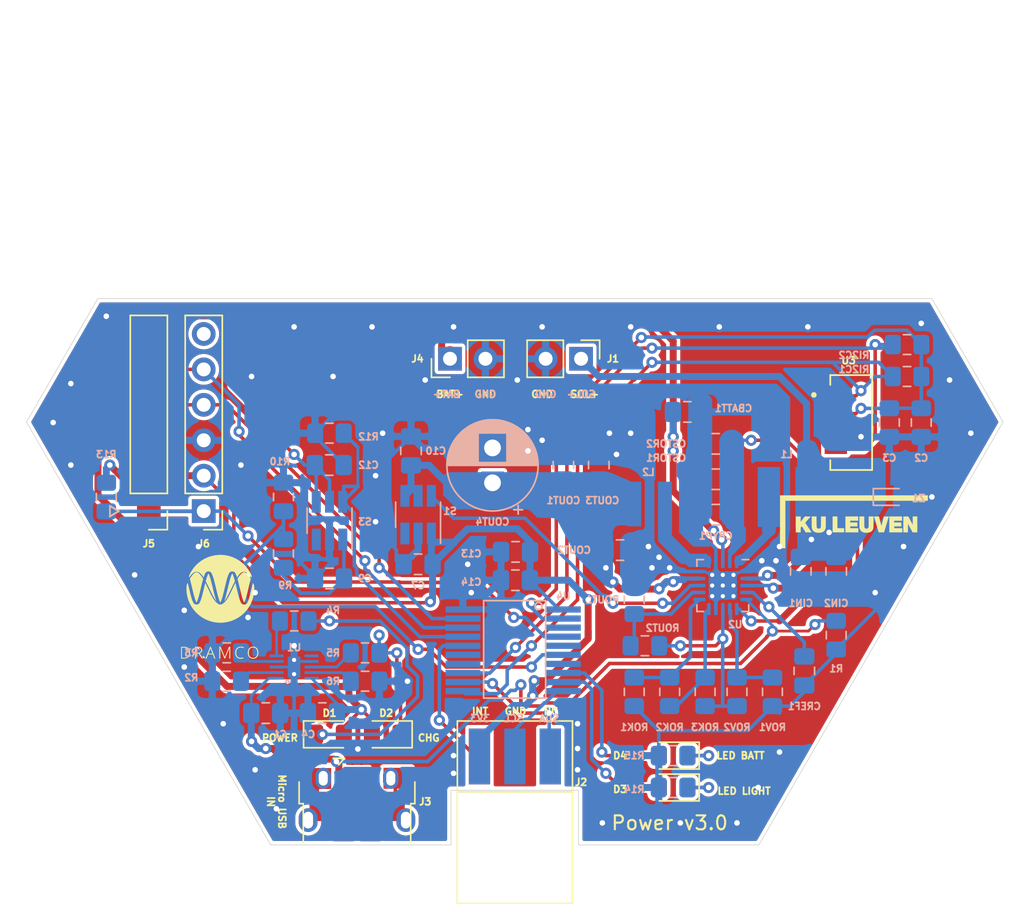
<source format=kicad_pcb>
(kicad_pcb (version 20171130) (host pcbnew "(5.1.6)-1")
  (layers (0 F.Cu signal) (31 B.Cu signal) (34 B.Paste user) (35 F.Paste user) (36 B.SilkS user) (37 F.SilkS user) (38 B.Mask user) (39 F.Mask user) (44 Edge.Cuts user))
  (net 0 "")
  (net 1 GND)
  (net 2 VUSB)
  (net 3 BAT+)
  (net 4 SOL+)
  (net 5 3V3)
  (net 6 VSTOR)
  (net 7 "Net-(CREF1-Pad1)")
  (net 8 "Net-(D1-Pad1)")
  (net 9 LED0)
  (net 10 "Net-(D3-Pad1)")
  (net 11 LED1)
  (net 12 "Net-(D4-Pad1)")
  (net 13 INT)
  (net 14 SDA)
  (net 15 SCL)
  (net 16 "Net-(J3-Pad6)")
  (net 17 MCLR)
  (net 18 ICSPDAT)
  (net 19 ICSPCLK)
  (net 20 "Net-(L1-Pad1)")
  (net 21 "Net-(L2-Pad2)")
  (net 22 "Net-(R2-Pad1)")
  (net 23 "Net-(R3-Pad1)")
  (net 24 "Net-(R6-Pad1)")
  (net 25 BAT_VOLTAGE)
  (net 26 HYST)
  (net 27 PROG)
  (net 28 SET)
  (net 29 BAT_MEAS_EN)
  (net 30 VBAT_OK_TO_MCU)
  (net 31 3V3BUCK)
  (net 32 "Net-(C9-Pad1)")
  (net 33 "Net-(J2-Pad1)")
  (net 34 "Net-(J3-Pad3)")
  (net 35 "Net-(J3-Pad4)")
  (net 36 "Net-(J3-Pad2)")
  (net 37 "Net-(J5-Pad6)")
  (net 38 "Net-(J6-Pad6)")
  (net 39 "Net-(S1-Pad3)")
  (net 40 "Net-(S3-Pad3)")
  (net 41 "Net-(U1-Pad6)")
  (net 42 "Net-(U4-Pad3)")
  (net 43 "Net-(ROK3-Pad1)")
  (net 44 "Net-(ROV1-Pad1)")
  (net 45 "Net-(D2-Pad1)")
  (net 46 "Net-(R4-Pad1)")
  (net 47 "Net-(R5-Pad1)")
  (net 48 "Net-(U4-Pad5)")
  (net 49 "Net-(U4-Pad7)")
  (net 50 VEML7700_SCL)
  (net 51 VEML7700_VCC)
  (net 52 VEML7700_SDA)
  (net 53 "Net-(U4-Pad15)")
  (net 54 "Net-(U4-Pad14)")
  (module logos:kul_logo (layer F.Cu) (at 146.812 85.09)
    (fp_text reference G*** hide)
    (fp_text value LOGO hide)
  )
  (module logos:dramco_logo (layer F.Cu) (at 101.346 91.186)
    (fp_text reference G*** hide)
    (fp_text value LOGO hide)
  )
  (module PIC16F18446SSOPPIN:PIC16F18446SSOP20PIN (layer B.Cu) (at 125.984 91.38 180)
    (fp_text reference U4 (at 0 0.956) (layer B.SilkS) (effects (font (size 0.5 0.5) (thickness 0.125)) (justify mirror)))
    (fp_text value PIC16F18446)
    (pad 1 smd rect (at 0 0 180) (size 2.5 0.45) (layers B.Cu B.Paste B.Mask) (net 5 3V3))
    (pad 2 smd rect (at 0 -0.65 180) (size 2.5 0.45) (layers B.Cu B.Paste B.Mask) (net 51 VEML7700_VCC))
    (pad 3 smd rect (at 0 -1.3 180) (size 2.5 0.45) (layers B.Cu B.Paste B.Mask) (net 42 "Net-(U4-Pad3)"))
    (pad 4 smd rect (at 0 -1.95 180) (size 2.5 0.45) (layers B.Cu B.Paste B.Mask) (net 17 MCLR))
    (pad 5 smd rect (at 0 -2.6 180) (size 2.5 0.45) (layers B.Cu B.Paste B.Mask) (net 48 "Net-(U4-Pad5)"))
    (pad 6 smd rect (at 0 -3.25 180) (size 2.5 0.45) (layers B.Cu B.Paste B.Mask) (net 25 BAT_VOLTAGE))
    (pad 7 smd rect (at 0 -3.9 180) (size 2.5 0.45) (layers B.Cu B.Paste B.Mask) (net 49 "Net-(U4-Pad7)"))
    (pad 8 smd rect (at 0 -4.55 180) (size 2.5 0.45) (layers B.Cu B.Paste B.Mask) (net 11 LED1))
    (pad 9 smd rect (at 0 -5.2 180) (size 2.5 0.45) (layers B.Cu B.Paste B.Mask) (net 9 LED0))
    (pad 10 smd rect (at 0 -5.85 180) (size 2.5 0.45) (layers B.Cu B.Paste B.Mask) (net 15 SCL))
    (pad 11 smd rect (at 7.2 -5.85 180) (size 2.5 0.45) (layers B.Cu B.Paste B.Mask) (net 50 VEML7700_SCL))
    (pad 12 smd rect (at 7.2 -5.2 180) (size 2.5 0.45) (layers B.Cu B.Paste B.Mask) (net 14 SDA))
    (pad 13 smd rect (at 7.2 -4.55 180) (size 2.5 0.45) (layers B.Cu B.Paste B.Mask) (net 52 VEML7700_SDA))
    (pad 14 smd rect (at 7.2 -3.9 180) (size 2.5 0.45) (layers B.Cu B.Paste B.Mask) (net 54 "Net-(U4-Pad14)"))
    (pad 15 smd rect (at 7.2 -3.25 180) (size 2.5 0.45) (layers B.Cu B.Paste B.Mask) (net 53 "Net-(U4-Pad15)"))
    (pad 16 smd rect (at 7.2 -2.6 180) (size 2.5 0.45) (layers B.Cu B.Paste B.Mask) (net 13 INT))
    (pad 17 smd rect (at 7.2 -1.95 180) (size 2.5 0.45) (layers B.Cu B.Paste B.Mask) (net 29 BAT_MEAS_EN))
    (pad 18 smd rect (at 7.2 -1.3 180) (size 2.5 0.45) (layers B.Cu B.Paste B.Mask) (net 19 ICSPCLK))
    (pad 19 smd rect (at 7.2 -0.65 180) (size 2.5 0.45) (layers B.Cu B.Paste B.Mask) (net 18 ICSPDAT))
    (pad 20 smd rect (at 7.2 0 180) (size 2.5 0.45) (layers B.Cu B.Paste B.Mask) (net 1 GND))
  )
  (module Capacitor_SMD:C_0805_2012Metric_Pad1.15x1.40mm_HandSolder (layer B.Cu) (at 149.352 77.978 270)
    (fp_text reference C3 (at 2.54 0) (layer B.SilkS) (effects (font (size 0.5 0.5) (thickness 0.125)) (justify mirror)))
    (fp_text value 100n)
    (pad 2 smd roundrect (at 1.025 0 270) (size 1.15 1.4) (layers B.Cu B.Paste B.Mask) (roundrect_rratio 0.217391) (net 1 GND))
    (pad 1 smd roundrect (at -1.025 0 270) (size 1.15 1.4) (layers B.Cu B.Paste B.Mask) (roundrect_rratio 0.217391) (net 51 VEML7700_VCC))
  )
  (module Capacitor_SMD:C_0805_2012Metric_Pad1.15x1.40mm_HandSolder (layer B.Cu) (at 151.638 77.978 270)
    (fp_text reference C2 (at 2.54 0) (layer B.SilkS) (effects (font (size 0.5 0.5) (thickness 0.125)) (justify mirror)))
    (fp_text value 10u)
    (pad 2 smd roundrect (at 1.025 0 270) (size 1.15 1.4) (layers B.Cu B.Paste B.Mask) (roundrect_rratio 0.217391) (net 1 GND))
    (pad 1 smd roundrect (at -1.025 0 270) (size 1.15 1.4) (layers B.Cu B.Paste B.Mask) (roundrect_rratio 0.217391) (net 51 VEML7700_VCC))
  )
  (module VEML7700-TT:XDCR_VEML7700-TT (layer F.Cu) (at 147.066 77.978)
    (fp_text reference U3 (at -0.635 -4.445) (layer F.SilkS) (effects (font (size 0.5 0.5) (thickness 0.125))))
    (fp_text value VEML7700-TT)
    (pad 1 smd rect (at -1.55 -1.905) (size 1.6 0.7) (layers F.Cu F.Paste F.Mask) (net 50 VEML7700_SCL))
    (pad 2 smd rect (at -1.55 -0.635) (size 1.6 0.7) (layers F.Cu F.Paste F.Mask) (net 51 VEML7700_VCC))
    (pad 3 smd rect (at -1.55 0.635) (size 1.6 0.7) (layers F.Cu F.Paste F.Mask) (net 1 GND))
    (pad 4 smd rect (at -1.55 1.905) (size 1.6 0.7) (layers F.Cu F.Paste F.Mask) (net 52 VEML7700_SDA))
  )
  (module Resistor_SMD:R_0805_2012Metric_Pad1.15x1.40mm_HandSolder (layer B.Cu) (at 150.622 72.39 180)
    (fp_text reference RI2C2 (at 3.81 -0.762) (layer B.SilkS) (effects (font (size 0.5 0.5) (thickness 0.125)) (justify mirror)))
    (fp_text value 10k)
    (pad 2 smd roundrect (at 1.025 0 180) (size 1.15 1.4) (layers B.Cu B.Paste B.Mask) (roundrect_rratio 0.217391) (net 52 VEML7700_SDA))
    (pad 1 smd roundrect (at -1.025 0 180) (size 1.15 1.4) (layers B.Cu B.Paste B.Mask) (roundrect_rratio 0.217391) (net 51 VEML7700_VCC))
  )
  (module Resistor_SMD:R_0805_2012Metric_Pad1.15x1.40mm_HandSolder (layer B.Cu) (at 150.622 74.676 180)
    (fp_text reference RI2C1 (at 3.81 0.508) (layer B.SilkS) (effects (font (size 0.5 0.5) (thickness 0.125)) (justify mirror)))
    (fp_text value 10k)
    (pad 2 smd roundrect (at 1.025 0 180) (size 1.15 1.4) (layers B.Cu B.Paste B.Mask) (roundrect_rratio 0.217391) (net 50 VEML7700_SCL))
    (pad 1 smd roundrect (at -1.025 0 180) (size 1.15 1.4) (layers B.Cu B.Paste B.Mask) (roundrect_rratio 0.217391) (net 51 VEML7700_VCC))
  )
  (module Diode_SMD:D_SOD-523 (layer B.Cu) (at 149.352 83.312)
    (fp_text reference Z1 (at 2.1 0.1 180) (layer B.SilkS) (effects (font (size 0.5 0.5) (thickness 0.125)) (justify mirror)))
    (fp_text value BZT52C4V7T-7)
    (pad 1 smd rect (at -0.7 0 180) (size 0.6 0.7) (layers B.Cu B.Paste B.Mask) (net 4 SOL+))
    (pad 2 smd rect (at 0.7 0 180) (size 0.6 0.7) (layers B.Cu B.Paste B.Mask) (net 1 GND))
  )
  (module Resistor_SMD:R_0805_2012Metric_Pad1.15x1.40mm_HandSolder (layer B.Cu) (at 106.689 92.202)
    (fp_text reference R4 (at 2.785 -0.762) (layer B.SilkS) (effects (font (size 0.5 0.5) (thickness 0.125)) (justify mirror)))
    (fp_text value 1.5k)
    (pad 2 smd roundrect (at 1.025 0) (size 1.15 1.4) (layers B.Cu B.Paste B.Mask) (roundrect_rratio 0.217391) (net 8 "Net-(D1-Pad1)"))
    (pad 1 smd roundrect (at -1.025 0) (size 1.15 1.4) (layers B.Cu B.Paste B.Mask) (roundrect_rratio 0.217391) (net 46 "Net-(R4-Pad1)"))
  )
  (module Resistor_SMD:R_0805_2012Metric_Pad1.15x1.40mm_HandSolder (layer B.Cu) (at 111.769 94.488)
    (fp_text reference R5 (at -2.295 0) (layer B.SilkS) (effects (font (size 0.5 0.5) (thickness 0.125)) (justify mirror)))
    (fp_text value 1.5k)
    (pad 2 smd roundrect (at 1.025 0) (size 1.15 1.4) (layers B.Cu B.Paste B.Mask) (roundrect_rratio 0.217391) (net 45 "Net-(D2-Pad1)"))
    (pad 1 smd roundrect (at -1.025 0) (size 1.15 1.4) (layers B.Cu B.Paste B.Mask) (roundrect_rratio 0.217391) (net 47 "Net-(R5-Pad1)"))
  )
  (module Connector_PinHeader_2.54mm:PinHeader_1x02_P2.54mm_Vertical (layer F.Cu) (at 127.254 73.406 270)
    (fp_text reference J1 (at 0 -2.286 180) (layer F.SilkS) (effects (font (size 0.5 0.5) (thickness 0.125))))
    (fp_text value Conn_01x02)
    (pad 1 thru_hole rect (at 0 0 270) (size 1.7 1.7) (drill 1) (layers *.Cu *.Mask) (net 4 SOL+))
    (pad 2 thru_hole oval (at 0 2.54 270) (size 1.7 1.7) (drill 1) (layers *.Cu *.Mask) (net 1 GND))
  )
  (module Capacitor_SMD:C_0805_2012Metric_Pad1.18x1.45mm_HandSolder (layer B.Cu) (at 136.906 82.042 180)
    (fp_text reference CSTOR1 (at 3.556 1.524 180) (layer B.SilkS) (effects (font (size 0.5 0.5) (thickness 0.125)) (justify mirror)))
    (fp_text value "4.7 uF")
    (pad 2 smd roundrect (at 1.0375 0 180) (size 1.175 1.45) (layers B.Cu B.Paste B.Mask) (roundrect_rratio 0.212766) (net 1 GND))
    (pad 1 smd roundrect (at -1.0375 0 180) (size 1.175 1.45) (layers B.Cu B.Paste B.Mask) (roundrect_rratio 0.212766) (net 6 VSTOR))
  )
  (module Capacitor_SMD:C_0805_2012Metric_Pad1.18x1.45mm_HandSolder (layer B.Cu) (at 143.256 95.7795 270)
    (fp_text reference CREF1 (at 2.54 0 180) (layer B.SilkS) (effects (font (size 0.5 0.5) (thickness 0.125)) (justify mirror)))
    (fp_text value "10 nF")
    (pad 2 smd roundrect (at 1.0375 0 270) (size 1.175 1.45) (layers B.Cu B.Paste B.Mask) (roundrect_rratio 0.212766) (net 1 GND))
    (pad 1 smd roundrect (at -1.0375 0 270) (size 1.175 1.45) (layers B.Cu B.Paste B.Mask) (roundrect_rratio 0.212766) (net 7 "Net-(CREF1-Pad1)"))
  )
  (module Capacitor_SMD:C_0805_2012Metric_Pad1.18x1.45mm_HandSolder (layer B.Cu) (at 125.984 81.026 90)
    (fp_text reference COUT1 (at -2.54 0 180) (layer B.SilkS) (effects (font (size 0.5 0.5) (thickness 0.125)) (justify mirror)))
    (fp_text value 100n)
    (pad 2 smd roundrect (at 1.0375 0 90) (size 1.175 1.45) (layers B.Cu B.Paste B.Mask) (roundrect_rratio 0.212766) (net 1 GND))
    (pad 1 smd roundrect (at -1.0375 0 90) (size 1.175 1.45) (layers B.Cu B.Paste B.Mask) (roundrect_rratio 0.212766) (net 31 3V3BUCK))
  )
  (module Capacitor_SMD:C_0805_2012Metric_Pad1.18x1.45mm_HandSolder (layer B.Cu) (at 143.002 88.646 270)
    (fp_text reference CIN1 (at 2.286 0 180) (layer B.SilkS) (effects (font (size 0.5 0.5) (thickness 0.125)) (justify mirror)))
    (fp_text value "4.7 uF")
    (pad 2 smd roundrect (at 1.0375 0 270) (size 1.175 1.45) (layers B.Cu B.Paste B.Mask) (roundrect_rratio 0.212766) (net 1 GND))
    (pad 1 smd roundrect (at -1.0375 0 270) (size 1.175 1.45) (layers B.Cu B.Paste B.Mask) (roundrect_rratio 0.212766) (net 4 SOL+))
  )
  (module Capacitor_SMD:C_0805_2012Metric_Pad1.18x1.45mm_HandSolder (layer B.Cu) (at 136.906 84.582 180)
    (fp_text reference CBYP1 (at 0 -1.524) (layer B.SilkS) (effects (font (size 0.5 0.5) (thickness 0.125)) (justify mirror)))
    (fp_text value "10 nF")
    (pad 2 smd roundrect (at 1.0375 0 180) (size 1.175 1.45) (layers B.Cu B.Paste B.Mask) (roundrect_rratio 0.212766) (net 1 GND))
    (pad 1 smd roundrect (at -1.0375 0 180) (size 1.175 1.45) (layers B.Cu B.Paste B.Mask) (roundrect_rratio 0.212766) (net 6 VSTOR))
  )
  (module Capacitor_SMD:C_0805_2012Metric_Pad1.18x1.45mm_HandSolder (layer B.Cu) (at 122.546 89.281)
    (fp_text reference C14 (at -3.166 0.127) (layer B.SilkS) (effects (font (size 0.5 0.5) (thickness 0.125)) (justify mirror)))
    (fp_text value "100 nF")
    (pad 2 smd roundrect (at 1.0375 0) (size 1.175 1.45) (layers B.Cu B.Paste B.Mask) (roundrect_rratio 0.212766) (net 5 3V3))
    (pad 1 smd roundrect (at -1.0375 0) (size 1.175 1.45) (layers B.Cu B.Paste B.Mask) (roundrect_rratio 0.212766) (net 1 GND))
  )
  (module Capacitor_SMD:C_0805_2012Metric_Pad1.18x1.45mm_HandSolder (layer B.Cu) (at 122.555 87.249)
    (fp_text reference C13 (at -3.175 0.127) (layer B.SilkS) (effects (font (size 0.5 0.5) (thickness 0.125)) (justify mirror)))
    (fp_text value "10 uF")
    (pad 2 smd roundrect (at 1.0375 0) (size 1.175 1.45) (layers B.Cu B.Paste B.Mask) (roundrect_rratio 0.212766) (net 5 3V3))
    (pad 1 smd roundrect (at -1.0375 0) (size 1.175 1.45) (layers B.Cu B.Paste B.Mask) (roundrect_rratio 0.212766) (net 1 GND))
  )
  (module Capacitor_SMD:C_0805_2012Metric_Pad1.18x1.45mm_HandSolder (layer B.Cu) (at 109.1985 81.026)
    (fp_text reference C12 (at 2.8155 0) (layer B.SilkS) (effects (font (size 0.5 0.5) (thickness 0.125)) (justify mirror)))
    (fp_text value "1 uF")
    (pad 2 smd roundrect (at 1.0375 0) (size 1.175 1.45) (layers B.Cu B.Paste B.Mask) (roundrect_rratio 0.212766) (net 1 GND))
    (pad 1 smd roundrect (at -1.0375 0) (size 1.175 1.45) (layers B.Cu B.Paste B.Mask) (roundrect_rratio 0.212766) (net 3 BAT+))
  )
  (module Capacitor_SMD:C_0805_2012Metric_Pad1.18x1.45mm_HandSolder (layer B.Cu) (at 115.062 80.01 90)
    (fp_text reference C10 (at 0 1.778 180) (layer B.SilkS) (effects (font (size 0.5 0.5) (thickness 0.125)) (justify mirror)))
    (fp_text value "1 uF")
    (pad 2 smd roundrect (at 1.0375 0 90) (size 1.175 1.45) (layers B.Cu B.Paste B.Mask) (roundrect_rratio 0.212766) (net 1 GND))
    (pad 1 smd roundrect (at -1.0375 0 90) (size 1.175 1.45) (layers B.Cu B.Paste B.Mask) (roundrect_rratio 0.212766) (net 31 3V3BUCK))
  )
  (module Capacitor_SMD:C_0805_2012Metric_Pad1.18x1.45mm_HandSolder (layer B.Cu) (at 109.22 89.154 180)
    (fp_text reference C9 (at -2.54 0) (layer B.SilkS) (effects (font (size 0.5 0.5) (thickness 0.125)) (justify mirror)))
    (fp_text value "1 uF")
    (pad 2 smd roundrect (at 1.0375 0 180) (size 1.175 1.45) (layers B.Cu B.Paste B.Mask) (roundrect_rratio 0.212766) (net 1 GND))
    (pad 1 smd roundrect (at -1.0375 0 180) (size 1.175 1.45) (layers B.Cu B.Paste B.Mask) (roundrect_rratio 0.212766) (net 32 "Net-(C9-Pad1)"))
  )
  (module Capacitor_SMD:C_0805_2012Metric_Pad1.18x1.45mm_HandSolder (layer B.Cu) (at 115.57 88.138 180)
    (fp_text reference C7 (at 0 -1.524) (layer B.SilkS) (effects (font (size 0.5 0.5) (thickness 0.125)) (justify mirror)))
    (fp_text value "1 uF")
    (pad 2 smd roundrect (at 1.0375 0 180) (size 1.175 1.45) (layers B.Cu B.Paste B.Mask) (roundrect_rratio 0.212766) (net 1 GND))
    (pad 1 smd roundrect (at -1.0375 0 180) (size 1.175 1.45) (layers B.Cu B.Paste B.Mask) (roundrect_rratio 0.212766) (net 5 3V3))
  )
  (module Capacitor_SMD:C_0805_2012Metric_Pad1.18x1.45mm_HandSolder (layer B.Cu) (at 108.712 98.806 180)
    (fp_text reference C4 (at 1.016 -1.524) (layer B.SilkS) (effects (font (size 0.5 0.5) (thickness 0.125)) (justify mirror)))
    (fp_text value "1 uF")
    (pad 2 smd roundrect (at 1.0375 0 180) (size 1.175 1.45) (layers B.Cu B.Paste B.Mask) (roundrect_rratio 0.212766) (net 1 GND))
    (pad 1 smd roundrect (at -1.0375 0 180) (size 1.175 1.45) (layers B.Cu B.Paste B.Mask) (roundrect_rratio 0.212766) (net 3 BAT+))
  )
  (module Capacitor_SMD:C_0805_2012Metric_Pad1.18x1.45mm_HandSolder (layer B.Cu) (at 104.648 98.806)
    (fp_text reference C1 (at 1.016 1.524) (layer B.SilkS) (effects (font (size 0.5 0.5) (thickness 0.125)) (justify mirror)))
    (fp_text value "1 uF")
    (pad 2 smd roundrect (at 1.0375 0) (size 1.175 1.45) (layers B.Cu B.Paste B.Mask) (roundrect_rratio 0.212766) (net 1 GND))
    (pad 1 smd roundrect (at -1.0375 0) (size 1.175 1.45) (layers B.Cu B.Paste B.Mask) (roundrect_rratio 0.212766) (net 2 VUSB))
  )
  (module Capacitor_SMD:C_0805_2012Metric_Pad1.18x1.45mm_HandSolder (layer B.Cu) (at 130.048 87.122)
    (fp_text reference COUT2 (at -3.302 0) (layer B.SilkS) (effects (font (size 0.5 0.5) (thickness 0.125)) (justify mirror)))
    (fp_text value "22 uF")
    (pad 1 smd roundrect (at -1.0375 0) (size 1.175 1.45) (layers B.Cu B.Paste B.Mask) (roundrect_rratio 0.212766) (net 31 3V3BUCK))
    (pad 2 smd roundrect (at 1.0375 0) (size 1.175 1.45) (layers B.Cu B.Paste B.Mask) (roundrect_rratio 0.212766) (net 1 GND))
  )
  (module Capacitor_SMD:C_0805_2012Metric_Pad1.18x1.45mm_HandSolder (layer B.Cu) (at 145.542 88.646 270)
    (fp_text reference CIN2 (at 2.286 0 180) (layer B.SilkS) (effects (font (size 0.5 0.5) (thickness 0.125)) (justify mirror)))
    (fp_text value 100n)
    (pad 1 smd roundrect (at -1.0375 0 270) (size 1.175 1.45) (layers B.Cu B.Paste B.Mask) (roundrect_rratio 0.212766) (net 4 SOL+))
    (pad 2 smd roundrect (at 1.0375 0 270) (size 1.175 1.45) (layers B.Cu B.Paste B.Mask) (roundrect_rratio 0.212766) (net 1 GND))
  )
  (module Capacitor_SMD:C_0805_2012Metric_Pad1.18x1.45mm_HandSolder (layer B.Cu) (at 136.906 79.502 180)
    (fp_text reference CSTOR2 (at 3.556 0) (layer B.SilkS) (effects (font (size 0.5 0.5) (thickness 0.125)) (justify mirror)))
    (fp_text value DNP)
    (pad 2 smd roundrect (at 1.0375 0 180) (size 1.175 1.45) (layers B.Cu B.Paste B.Mask) (roundrect_rratio 0.212766) (net 1 GND))
    (pad 1 smd roundrect (at -1.0375 0 180) (size 1.175 1.45) (layers B.Cu B.Paste B.Mask) (roundrect_rratio 0.212766) (net 6 VSTOR))
  )
  (module Capacitor_SMD:C_0805_2012Metric_Pad1.18x1.45mm_HandSolder (layer B.Cu) (at 134.874 77.216)
    (fp_text reference CBATT1 (at 3.302 -0.254) (layer B.SilkS) (effects (font (size 0.5 0.5) (thickness 0.125)) (justify mirror)))
    (fp_text value DNP)
    (pad 2 smd roundrect (at 1.0375 0) (size 1.175 1.45) (layers B.Cu B.Paste B.Mask) (roundrect_rratio 0.212766) (net 1 GND))
    (pad 1 smd roundrect (at -1.0375 0) (size 1.175 1.45) (layers B.Cu B.Paste B.Mask) (roundrect_rratio 0.212766) (net 3 BAT+))
  )
  (module Capacitor_SMD:C_0805_2012Metric_Pad1.18x1.45mm_HandSolder (layer B.Cu) (at 128.524 81.026 90)
    (fp_text reference COUT3 (at -2.54 0.254 180) (layer B.SilkS) (effects (font (size 0.5 0.5) (thickness 0.125)) (justify mirror)))
    (fp_text value DNP)
    (pad 2 smd roundrect (at 1.0375 0 90) (size 1.175 1.45) (layers B.Cu B.Paste B.Mask) (roundrect_rratio 0.212766) (net 1 GND))
    (pad 1 smd roundrect (at -1.0375 0 90) (size 1.175 1.45) (layers B.Cu B.Paste B.Mask) (roundrect_rratio 0.212766) (net 31 3V3BUCK))
  )
  (module BQ24040:BQ24040 (layer B.Cu) (at 105.68 96.304)
    (fp_text reference U1 (at 1 -2.197) (layer B.SilkS) (effects (font (size 0.5 0.5) (thickness 0.125)) (justify mirror)))
    (fp_text value BQ24040)
    (pad 1 smd rect (at -0.25 0) (size 1 0.2) (layers B.Cu B.Paste B.Mask) (net 2 VUSB))
    (pad 2 smd rect (at -0.25 -0.4) (size 1 0.2) (layers B.Cu B.Paste B.Mask) (net 22 "Net-(R2-Pad1)"))
    (pad 3 smd rect (at -0.25 -0.8) (size 1 0.2) (layers B.Cu B.Paste B.Mask) (net 1 GND))
    (pad 4 smd rect (at -0.25 -1.2) (size 1 0.2) (layers B.Cu B.Paste B.Mask) (net 23 "Net-(R3-Pad1)"))
    (pad 5 smd rect (at -0.25 -1.6) (size 1 0.2) (layers B.Cu B.Paste B.Mask) (net 46 "Net-(R4-Pad1)"))
    (pad 6 smd rect (at 2.25 -1.6) (size 1 0.2) (layers B.Cu B.Paste B.Mask) (net 41 "Net-(U1-Pad6)"))
    (pad 7 smd rect (at 2.25 -1.2) (size 1 0.2) (layers B.Cu B.Paste B.Mask) (net 1 GND))
    (pad 8 smd rect (at 2.25 -0.8) (size 1 0.2) (layers B.Cu B.Paste B.Mask) (net 47 "Net-(R5-Pad1)"))
    (pad 9 smd rect (at 2.25 -0.4) (size 1 0.2) (layers B.Cu B.Paste B.Mask) (net 24 "Net-(R6-Pad1)"))
    (pad 10 smd rect (at 2.25 0) (size 1 0.2) (layers B.Cu B.Paste B.Mask) (net 3 BAT+))
    (pad 11 smd rect (at 1 -0.8) (size 0.9 1.5) (layers B.Cu B.Paste B.Mask) (net 1 GND))
  )
  (module LED_SMD:LED_0805_2012Metric_Pad1.15x1.40mm_HandSolder (layer F.Cu) (at 109.22 100.33)
    (fp_text reference D1 (at 0 -1.524) (layer F.SilkS) (effects (font (size 0.5 0.5) (thickness 0.125))))
    (fp_text value LED)
    (pad 1 smd roundrect (at -1.025 0) (size 1.15 1.4) (layers F.Cu F.Paste F.Mask) (roundrect_rratio 0.217391) (net 8 "Net-(D1-Pad1)"))
    (pad 2 smd roundrect (at 1.025 0) (size 1.15 1.4) (layers F.Cu F.Paste F.Mask) (roundrect_rratio 0.217391) (net 3 BAT+))
  )
  (module LED_SMD:LED_0805_2012Metric_Pad1.15x1.40mm_HandSolder (layer F.Cu) (at 113.284 100.33 180)
    (fp_text reference D2 (at 0 1.524) (layer F.SilkS) (effects (font (size 0.5 0.5) (thickness 0.125))))
    (fp_text value LED)
    (pad 1 smd roundrect (at -1.025 0 180) (size 1.15 1.4) (layers F.Cu F.Paste F.Mask) (roundrect_rratio 0.217391) (net 45 "Net-(D2-Pad1)"))
    (pad 2 smd roundrect (at 1.025 0 180) (size 1.15 1.4) (layers F.Cu F.Paste F.Mask) (roundrect_rratio 0.217391) (net 3 BAT+))
  )
  (module LED_SMD:LED_0805_2012Metric_Pad1.15x1.40mm_HandSolder (layer F.Cu) (at 133.858 104.14 180)
    (fp_text reference D3 (at 3.81 -0.127) (layer F.SilkS) (effects (font (size 0.5 0.5) (thickness 0.125))))
    (fp_text value LED)
    (pad 2 smd roundrect (at 1.025 0 180) (size 1.15 1.4) (layers F.Cu F.Paste F.Mask) (roundrect_rratio 0.217391) (net 9 LED0))
    (pad 1 smd roundrect (at -1.025 0 180) (size 1.15 1.4) (layers F.Cu F.Paste F.Mask) (roundrect_rratio 0.217391) (net 10 "Net-(D3-Pad1)"))
  )
  (module LED_SMD:LED_0805_2012Metric_Pad1.15x1.40mm_HandSolder (layer F.Cu) (at 133.858 101.854 180)
    (fp_text reference D4 (at 3.81 0) (layer F.SilkS) (effects (font (size 0.5 0.5) (thickness 0.125))))
    (fp_text value LED)
    (pad 2 smd roundrect (at 1.025 0 180) (size 1.15 1.4) (layers F.Cu F.Paste F.Mask) (roundrect_rratio 0.217391) (net 11 LED1))
    (pad 1 smd roundrect (at -1.025 0 180) (size 1.15 1.4) (layers F.Cu F.Paste F.Mask) (roundrect_rratio 0.217391) (net 12 "Net-(D4-Pad1)"))
  )
  (module USB_Micro:USB_Micro (layer F.Cu) (at 105.791 105.156)
    (fp_text reference J3 (at 10.287 0) (layer F.SilkS) (effects (font (size 0.5 0.5) (thickness 0.125))))
    (fp_text value USB_B_Micro)
    (fp_text user " " (at 7.3479 -3.15926) (layer F.SilkS) (effects (font (size 0.5 0.5) (thickness 0.125))))
    (pad 6 smd rect (at 4.4379 1.59074 90) (size 2.5 1.43) (layers F.Cu F.Paste F.Mask) (net 16 "Net-(J3-Pad6)"))
    (pad 6 smd rect (at 2.5479 -1.65926) (size 2 1.5) (layers F.Cu F.Paste F.Mask) (net 16 "Net-(J3-Pad6)"))
    (pad 6 smd rect (at 8.1479 0.39074) (size 1.35 2) (layers F.Cu F.Paste F.Mask) (net 16 "Net-(J3-Pad6)"))
    (pad 6 smd rect (at 2.6679 0.39074) (size 1.35 2) (layers F.Cu F.Paste F.Mask) (net 16 "Net-(J3-Pad6)"))
    (pad 3 smd rect (at 5.3979 -1.55926 90) (size 1.65 0.4) (layers F.Cu F.Paste F.Mask) (net 34 "Net-(J3-Pad3)"))
    (pad 6 thru_hole oval (at 8.8979 1.32074 90) (size 1.7 1.35) (drill oval 1.2 0.7) (layers *.Cu *.Mask) (net 16 "Net-(J3-Pad6)"))
    (pad 6 thru_hole oval (at 2.9779 -1.67926 90) (size 1.5 1.1) (drill oval 1.05 0.65) (layers *.Cu *.Mask) (net 16 "Net-(J3-Pad6)"))
    (pad 6 thru_hole oval (at 7.8179 -1.67926 90) (size 1.5 1.1) (drill oval 1.05 0.65) (layers *.Cu *.Mask) (net 16 "Net-(J3-Pad6)"))
    (pad 5 smd rect (at 6.6979 -1.55926 90) (size 1.65 0.4) (layers F.Cu F.Paste F.Mask) (net 1 GND))
    (pad 4 smd rect (at 6.0479 -1.55926 90) (size 1.65 0.4) (layers F.Cu F.Paste F.Mask) (net 35 "Net-(J3-Pad4)"))
    (pad 6 smd rect (at 8.3979 -0.35926) (size 1.825 0.7) (layers F.Cu F.Paste F.Mask) (net 16 "Net-(J3-Pad6)"))
    (pad 1 smd rect (at 4.0979 -1.55926 90) (size 1.65 0.4) (layers F.Cu F.Paste F.Mask) (net 2 VUSB))
    (pad 6 smd rect (at 8.2979 -1.67926) (size 2 1.5) (layers F.Cu F.Paste F.Mask) (net 16 "Net-(J3-Pad6)"))
    (pad 6 smd rect (at 2.4479 -0.35926) (size 1.825 0.7) (layers F.Cu F.Paste F.Mask) (net 16 "Net-(J3-Pad6)"))
    (pad 2 smd rect (at 4.7479 -1.55926 90) (size 1.65 0.4) (layers F.Cu F.Paste F.Mask) (net 36 "Net-(J3-Pad2)"))
    (pad 6 thru_hole oval (at 1.8979 1.32074 90) (size 1.7 1.35) (drill oval 1.2 0.7) (layers *.Cu *.Mask) (net 16 "Net-(J3-Pad6)"))
    (pad 6 smd rect (at 6.3579 1.59074 90) (size 2.5 1.43) (layers F.Cu F.Paste F.Mask) (net 16 "Net-(J3-Pad6)"))
  )
  (module Connector_PinHeader_2.54mm:PinHeader_1x02_P2.54mm_Vertical (layer F.Cu) (at 117.856 73.406 90)
    (fp_text reference J4 (at 0 -2.33 180) (layer F.SilkS) (effects (font (size 0.5 0.5) (thickness 0.125))))
    (fp_text value Conn_01x02_battery)
    (pad 2 thru_hole oval (at 0 2.54 90) (size 1.7 1.7) (drill 1) (layers *.Cu *.Mask) (net 1 GND))
    (pad 1 thru_hole rect (at 0 0 90) (size 1.7 1.7) (drill 1) (layers *.Cu *.Mask) (net 3 BAT+))
  )
  (module Connector_PinHeader_2.54mm:PinHeader_1x06_P2.54mm_Vertical (layer F.Cu) (at 96.266 84.328 180)
    (fp_text reference J5 (at 0 -2.33) (layer F.SilkS) (effects (font (size 0.5 0.5) (thickness 0.125))))
    (fp_text value Conn_01x06_programmer)
    (pad 1 smd rect (at 0 0 180) (size 1.7 1.7) (layers F.Cu F.Paste F.Mask) (net 17 MCLR))
    (pad 2 smd oval (at 0 2.54 180) (size 1.7 1.7) (layers F.Cu F.Paste F.Mask) (net 5 3V3))
    (pad 3 smd oval (at 0 5.08 180) (size 1.7 1.7) (layers F.Cu F.Paste F.Mask) (net 1 GND))
    (pad 4 smd oval (at 0 7.62 180) (size 1.7 1.7) (layers F.Cu F.Paste F.Mask) (net 18 ICSPDAT))
    (pad 5 smd oval (at 0 10.16 180) (size 1.7 1.7) (layers F.Cu F.Paste F.Mask) (net 19 ICSPCLK))
    (pad 6 smd oval (at 0 12.7 180) (size 1.7 1.7) (layers F.Cu F.Paste F.Mask) (net 37 "Net-(J5-Pad6)"))
  )
  (module Connector_PinHeader_2.54mm:PinHeader_1x06_P2.54mm_Vertical (layer F.Cu) (at 100.203 84.328 180)
    (fp_text reference J6 (at 0 -2.33) (layer F.SilkS) (effects (font (size 0.5 0.5) (thickness 0.125))))
    (fp_text value Conn_01x06_programmer)
    (pad 6 thru_hole oval (at 0 12.7 180) (size 1.7 1.7) (drill 1) (layers *.Cu *.Mask) (net 38 "Net-(J6-Pad6)"))
    (pad 5 thru_hole oval (at 0 10.16 180) (size 1.7 1.7) (drill 1) (layers *.Cu *.Mask) (net 19 ICSPCLK))
    (pad 4 thru_hole oval (at 0 7.62 180) (size 1.7 1.7) (drill 1) (layers *.Cu *.Mask) (net 18 ICSPDAT))
    (pad 3 thru_hole oval (at 0 5.08 180) (size 1.7 1.7) (drill 1) (layers *.Cu *.Mask) (net 1 GND))
    (pad 2 thru_hole oval (at 0 2.54 180) (size 1.7 1.7) (drill 1) (layers *.Cu *.Mask) (net 5 3V3))
    (pad 1 thru_hole rect (at 0 0 180) (size 1.7 1.7) (drill 1) (layers *.Cu *.Mask) (net 17 MCLR))
  )
  (module inductor_744031220_22uH:Inductor_744031220_22uH (layer B.Cu) (at 140.716 83.312 270)
    (fp_text reference L1 (at -3.048 -1.27) (layer B.SilkS) (effects (font (size 0.5 0.5) (thickness 0.125)) (justify mirror)))
    (fp_text value "22 uH")
    (pad 1 smd rect (at 0 0 270) (size 4.3 1.6) (layers B.Cu B.Paste B.Mask) (net 20 "Net-(L1-Pad1)"))
    (pad 2 smd rect (at 0 -2.7 270) (size 4.3 1.6) (layers B.Cu B.Paste B.Mask) (net 4 SOL+))
  )
  (module Inductor_744029100_10uH:Inductor_744029100_10uH (layer B.Cu) (at 131.064 83.82 270)
    (fp_text reference L2 (at -2.286 -1.016 180) (layer B.SilkS) (effects (font (size 0.5 0.5) (thickness 0.125)) (justify mirror)))
    (fp_text value "10 uH")
    (pad 1 smd rect (at 0 0 270) (size 3.2 1) (layers B.Cu B.Paste B.Mask) (net 31 3V3BUCK))
    (pad 2 smd rect (at 0 -2.2 270) (size 3.2 1) (layers B.Cu B.Paste B.Mask) (net 21 "Net-(L2-Pad2)"))
  )
  (module Resistor_SMD:R_0805_2012Metric_Pad1.15x1.40mm_HandSolder (layer B.Cu) (at 145.542 93.218 270)
    (fp_text reference R1 (at 2.404 0) (layer B.SilkS) (effects (font (size 0.5 0.5) (thickness 0.125)) (justify mirror)))
    (fp_text value 10k)
    (pad 1 smd roundrect (at -1.025 0 270) (size 1.15 1.4) (layers B.Cu B.Paste B.Mask) (roundrect_rratio 0.217391) (net 2 VUSB))
    (pad 2 smd roundrect (at 1.025 0 270) (size 1.15 1.4) (layers B.Cu B.Paste B.Mask) (roundrect_rratio 0.217391) (net 1 GND))
  )
  (module Resistor_SMD:R_0805_2012Metric_Pad1.15x1.40mm_HandSolder (layer B.Cu) (at 101.845 96.52 180)
    (fp_text reference R2 (at 2.531 0.254 180) (layer B.SilkS) (effects (font (size 0.5 0.5) (thickness 0.125)) (justify mirror)))
    (fp_text value 1k)
    (pad 2 smd roundrect (at 1.025 0 180) (size 1.15 1.4) (layers B.Cu B.Paste B.Mask) (roundrect_rratio 0.217391) (net 1 GND))
    (pad 1 smd roundrect (at -1.025 0 180) (size 1.15 1.4) (layers B.Cu B.Paste B.Mask) (roundrect_rratio 0.217391) (net 22 "Net-(R2-Pad1)"))
  )
  (module Resistor_SMD:R_0805_2012Metric_Pad1.15x1.40mm_HandSolder (layer B.Cu) (at 101.854 94.488 180)
    (fp_text reference R3 (at 2.54 0 180) (layer B.SilkS) (effects (font (size 0.5 0.5) (thickness 0.125)) (justify mirror)))
    (fp_text value 2k)
    (pad 1 smd roundrect (at -1.025 0 180) (size 1.15 1.4) (layers B.Cu B.Paste B.Mask) (roundrect_rratio 0.217391) (net 23 "Net-(R3-Pad1)"))
    (pad 2 smd roundrect (at 1.025 0 180) (size 1.15 1.4) (layers B.Cu B.Paste B.Mask) (roundrect_rratio 0.217391) (net 1 GND))
  )
  (module Resistor_SMD:R_0805_2012Metric_Pad1.15x1.40mm_HandSolder (layer B.Cu) (at 111.769 96.52)
    (fp_text reference R6 (at -2.295 0 180) (layer B.SilkS) (effects (font (size 0.5 0.5) (thickness 0.125)) (justify mirror)))
    (fp_text value 10k)
    (pad 1 smd roundrect (at -1.025 0) (size 1.15 1.4) (layers B.Cu B.Paste B.Mask) (roundrect_rratio 0.217391) (net 24 "Net-(R6-Pad1)"))
    (pad 2 smd roundrect (at 1.025 0) (size 1.15 1.4) (layers B.Cu B.Paste B.Mask) (roundrect_rratio 0.217391) (net 1 GND))
  )
  (module Resistor_SMD:R_0805_2012Metric_Pad1.15x1.40mm_HandSolder (layer B.Cu) (at 105.918 87.367 90)
    (fp_text reference R9 (at -2.277 0.127 180) (layer B.SilkS) (effects (font (size 0.5 0.5) (thickness 0.125)) (justify mirror)))
    (fp_text value 10k)
    (pad 2 smd roundrect (at 1.025 0 90) (size 1.15 1.4) (layers B.Cu B.Paste B.Mask) (roundrect_rratio 0.217391) (net 25 BAT_VOLTAGE))
    (pad 1 smd roundrect (at -1.025 0 90) (size 1.15 1.4) (layers B.Cu B.Paste B.Mask) (roundrect_rratio 0.217391) (net 32 "Net-(C9-Pad1)"))
  )
  (module Resistor_SMD:R_0805_2012Metric_Pad1.15x1.40mm_HandSolder (layer B.Cu) (at 105.918 83.312 90)
    (fp_text reference R10 (at 2.54 -0.254 180) (layer B.SilkS) (effects (font (size 0.5 0.5) (thickness 0.125)) (justify mirror)))
    (fp_text value 8.2k)
    (pad 1 smd roundrect (at -1.025 0 90) (size 1.15 1.4) (layers B.Cu B.Paste B.Mask) (roundrect_rratio 0.217391) (net 25 BAT_VOLTAGE))
    (pad 2 smd roundrect (at 1.025 0 90) (size 1.15 1.4) (layers B.Cu B.Paste B.Mask) (roundrect_rratio 0.217391) (net 1 GND))
  )
  (module Resistor_SMD:R_0805_2012Metric_Pad1.15x1.40mm_HandSolder (layer B.Cu) (at 93.218 83.321 270)
    (fp_text reference R13 (at -3.057 0) (layer B.SilkS) (effects (font (size 0.5 0.5) (thickness 0.125)) (justify mirror)))
    (fp_text value 10k)
    (pad 2 smd roundrect (at 1.025 0 270) (size 1.15 1.4) (layers B.Cu B.Paste B.Mask) (roundrect_rratio 0.217391) (net 17 MCLR))
    (pad 1 smd roundrect (at -1.025 0 270) (size 1.15 1.4) (layers B.Cu B.Paste B.Mask) (roundrect_rratio 0.217391) (net 5 3V3))
  )
  (module Resistor_SMD:R_0805_2012Metric_Pad1.15x1.40mm_HandSolder (layer B.Cu) (at 133.849 104.14 180)
    (fp_text reference R14 (at 2.785 -0.127) (layer B.SilkS) (effects (font (size 0.5 0.5) (thickness 0.125)) (justify mirror)))
    (fp_text value 470)
    (pad 2 smd roundrect (at 1.025 0 180) (size 1.15 1.4) (layers B.Cu B.Paste B.Mask) (roundrect_rratio 0.217391) (net 1 GND))
    (pad 1 smd roundrect (at -1.025 0 180) (size 1.15 1.4) (layers B.Cu B.Paste B.Mask) (roundrect_rratio 0.217391) (net 10 "Net-(D3-Pad1)"))
  )
  (module Resistor_SMD:R_0805_2012Metric_Pad1.15x1.40mm_HandSolder (layer B.Cu) (at 133.849 101.854 180)
    (fp_text reference R15 (at 2.785 0) (layer B.SilkS) (effects (font (size 0.5 0.5) (thickness 0.125)) (justify mirror)))
    (fp_text value 470)
    (pad 1 smd roundrect (at -1.025 0 180) (size 1.15 1.4) (layers B.Cu B.Paste B.Mask) (roundrect_rratio 0.217391) (net 12 "Net-(D4-Pad1)"))
    (pad 2 smd roundrect (at 1.025 0 180) (size 1.15 1.4) (layers B.Cu B.Paste B.Mask) (roundrect_rratio 0.217391) (net 1 GND))
  )
  (module Resistor_SMD:R_0805_2012Metric_Pad1.15x1.40mm_HandSolder (layer B.Cu) (at 136.144 97.282 90)
    (fp_text reference ROK3 (at -2.54 0 180) (layer B.SilkS) (effects (font (size 0.5 0.5) (thickness 0.125)) (justify mirror)))
    (fp_text value "1.9 M")
    (pad 2 smd roundrect (at 1.025 0 90) (size 1.15 1.4) (layers B.Cu B.Paste B.Mask) (roundrect_rratio 0.217391) (net 26 HYST))
    (pad 1 smd roundrect (at -1.025 0 90) (size 1.15 1.4) (layers B.Cu B.Paste B.Mask) (roundrect_rratio 0.217391) (net 43 "Net-(ROK3-Pad1)"))
  )
  (module Resistor_SMD:R_0805_2012Metric_Pad1.15x1.40mm_HandSolder (layer B.Cu) (at 133.604 97.282 90)
    (fp_text reference ROK2 (at -2.54 0 180) (layer B.SilkS) (effects (font (size 0.5 0.5) (thickness 0.125)) (justify mirror)))
    (fp_text value "5.49 M")
    (pad 1 smd roundrect (at -1.025 0 90) (size 1.15 1.4) (layers B.Cu B.Paste B.Mask) (roundrect_rratio 0.217391) (net 26 HYST))
    (pad 2 smd roundrect (at 1.025 0 90) (size 1.15 1.4) (layers B.Cu B.Paste B.Mask) (roundrect_rratio 0.217391) (net 27 PROG))
  )
  (module Resistor_SMD:R_0805_2012Metric_Pad1.15x1.40mm_HandSolder (layer B.Cu) (at 131.064 97.282 270)
    (fp_text reference ROK1 (at 2.54 0 180) (layer B.SilkS) (effects (font (size 0.5 0.5) (thickness 0.125)) (justify mirror)))
    (fp_text value 5.62M)
    (pad 2 smd roundrect (at 1.025 0 270) (size 1.15 1.4) (layers B.Cu B.Paste B.Mask) (roundrect_rratio 0.217391) (net 1 GND))
    (pad 1 smd roundrect (at -1.025 0 270) (size 1.15 1.4) (layers B.Cu B.Paste B.Mask) (roundrect_rratio 0.217391) (net 27 PROG))
  )
  (module Resistor_SMD:R_0805_2012Metric_Pad1.15x1.40mm_HandSolder (layer B.Cu) (at 131.826 93.98 180)
    (fp_text reference ROUT2 (at -1.27 1.27) (layer B.SilkS) (effects (font (size 0.5 0.5) (thickness 0.125)) (justify mirror)))
    (fp_text value "8.25 M")
    (pad 1 smd roundrect (at -1.025 0 180) (size 1.15 1.4) (layers B.Cu B.Paste B.Mask) (roundrect_rratio 0.217391) (net 43 "Net-(ROK3-Pad1)"))
    (pad 2 smd roundrect (at 1.025 0 180) (size 1.15 1.4) (layers B.Cu B.Paste B.Mask) (roundrect_rratio 0.217391) (net 28 SET))
  )
  (module Resistor_SMD:R_0805_2012Metric_Pad1.15x1.40mm_HandSolder (layer B.Cu) (at 131.064 90.678 90)
    (fp_text reference ROUT1 (at 0 -2.286 180) (layer B.SilkS) (effects (font (size 0.5 0.5) (thickness 0.125)) (justify mirror)))
    (fp_text value "4.75 M")
    (pad 2 smd roundrect (at 1.025 0 90) (size 1.15 1.4) (layers B.Cu B.Paste B.Mask) (roundrect_rratio 0.217391) (net 1 GND))
    (pad 1 smd roundrect (at -1.025 0 90) (size 1.15 1.4) (layers B.Cu B.Paste B.Mask) (roundrect_rratio 0.217391) (net 28 SET))
  )
  (module Resistor_SMD:R_0805_2012Metric_Pad1.15x1.40mm_HandSolder (layer B.Cu) (at 138.43 97.282 90)
    (fp_text reference ROV2 (at -2.54 0 180) (layer B.SilkS) (effects (font (size 0.5 0.5) (thickness 0.125)) (justify mirror)))
    (fp_text value "7.32 M")
    (pad 2 smd roundrect (at 1.025 0 90) (size 1.15 1.4) (layers B.Cu B.Paste B.Mask) (roundrect_rratio 0.217391) (net 44 "Net-(ROV1-Pad1)"))
    (pad 1 smd roundrect (at -1.025 0 90) (size 1.15 1.4) (layers B.Cu B.Paste B.Mask) (roundrect_rratio 0.217391) (net 43 "Net-(ROK3-Pad1)"))
  )
  (module Resistor_SMD:R_0805_2012Metric_Pad1.15x1.40mm_HandSolder (layer B.Cu) (at 140.97 97.282 270)
    (fp_text reference ROV1 (at 2.54 0 180) (layer B.SilkS) (effects (font (size 0.5 0.5) (thickness 0.125)) (justify mirror)))
    (fp_text value "5.61 M")
    (pad 1 smd roundrect (at -1.025 0 270) (size 1.15 1.4) (layers B.Cu B.Paste B.Mask) (roundrect_rratio 0.217391) (net 44 "Net-(ROV1-Pad1)"))
    (pad 2 smd roundrect (at 1.025 0 270) (size 1.15 1.4) (layers B.Cu B.Paste B.Mask) (roundrect_rratio 0.217391) (net 1 GND))
  )
  (module Package_TO_SOT_SMD:SOT-23-6_Handsoldering (layer B.Cu) (at 109.22 85.01 90)
    (fp_text reference S3 (at -0.08 2.54 180) (layer B.SilkS) (effects (font (size 0.5 0.5) (thickness 0.125)) (justify mirror)))
    (fp_text value TPS22860)
    (pad 5 smd rect (at 1.35 0 90) (size 1.56 0.65) (layers B.Cu B.Paste B.Mask) (net 3 BAT+))
    (pad 6 smd rect (at 1.35 0.95 90) (size 1.56 0.65) (layers B.Cu B.Paste B.Mask) (net 29 BAT_MEAS_EN))
    (pad 4 smd rect (at 1.35 -0.95 90) (size 1.56 0.65) (layers B.Cu B.Paste B.Mask) (net 3 BAT+))
    (pad 3 smd rect (at -1.35 -0.95 90) (size 1.56 0.65) (layers B.Cu B.Paste B.Mask) (net 40 "Net-(S3-Pad3)"))
    (pad 2 smd rect (at -1.35 0 90) (size 1.56 0.65) (layers B.Cu B.Paste B.Mask) (net 1 GND))
    (pad 1 smd rect (at -1.35 0.95 90) (size 1.56 0.65) (layers B.Cu B.Paste B.Mask) (net 32 "Net-(C9-Pad1)"))
  )
  (module Package_DFN_QFN:QFN-20-1EP_3.5x3.5mm_P0.5mm_EP2x2mm (layer B.Cu) (at 137.414 89.662 180)
    (fp_text reference U2 (at -0.889 -2.794) (layer B.SilkS) (effects (font (size 0.5 0.5) (thickness 0.125)) (justify mirror)))
    (fp_text value BQ25570)
    (pad 20 smd roundrect (at -1 1.6875 180) (size 0.25 0.875) (layers B.Cu B.Paste B.Mask) (net 20 "Net-(L1-Pad1)"))
    (pad 19 smd roundrect (at -0.5 1.6875 180) (size 0.25 0.875) (layers B.Cu B.Paste B.Mask) (net 6 VSTOR))
    (pad 18 smd roundrect (at 0 1.6875 180) (size 0.25 0.875) (layers B.Cu B.Paste B.Mask) (net 3 BAT+))
    (pad 17 smd roundrect (at 0.5 1.6875 180) (size 0.25 0.875) (layers B.Cu B.Paste B.Mask) (net 1 GND))
    (pad 16 smd roundrect (at 1 1.6875 180) (size 0.25 0.875) (layers B.Cu B.Paste B.Mask) (net 21 "Net-(L2-Pad2)"))
    (pad 15 smd roundrect (at 1.6875 1 180) (size 0.875 0.25) (layers B.Cu B.Paste B.Mask) (net 1 GND))
    (pad 14 smd roundrect (at 1.6875 0.5 180) (size 0.875 0.25) (layers B.Cu B.Paste B.Mask) (net 31 3V3BUCK))
    (pad 13 smd roundrect (at 1.6875 0 180) (size 0.875 0.25) (layers B.Cu B.Paste B.Mask) (net 30 VBAT_OK_TO_MCU))
    (pad 12 smd roundrect (at 1.6875 -0.5 180) (size 0.875 0.25) (layers B.Cu B.Paste B.Mask) (net 28 SET))
    (pad 11 smd roundrect (at 1.6875 -1 180) (size 0.875 0.25) (layers B.Cu B.Paste B.Mask) (net 27 PROG))
    (pad 10 smd roundrect (at 1 -1.6875 180) (size 0.25 0.875) (layers B.Cu B.Paste B.Mask) (net 26 HYST))
    (pad 9 smd roundrect (at 0.5 -1.6875 180) (size 0.25 0.875) (layers B.Cu B.Paste B.Mask) (net 1 GND))
    (pad 8 smd roundrect (at 0 -1.6875 180) (size 0.25 0.875) (layers B.Cu B.Paste B.Mask) (net 43 "Net-(ROK3-Pad1)"))
    (pad 7 smd roundrect (at -0.5 -1.6875 180) (size 0.25 0.875) (layers B.Cu B.Paste B.Mask) (net 44 "Net-(ROV1-Pad1)"))
    (pad 6 smd roundrect (at -1 -1.6875 180) (size 0.25 0.875) (layers B.Cu B.Paste B.Mask) (net 6 VSTOR))
    (pad 5 smd roundrect (at -1.6875 -1 180) (size 0.875 0.25) (layers B.Cu B.Paste B.Mask) (net 2 VUSB))
    (pad 4 smd roundrect (at -1.6875 -0.5 180) (size 0.875 0.25) (layers B.Cu B.Paste B.Mask) (net 7 "Net-(CREF1-Pad1)"))
    (pad 3 smd roundrect (at -1.6875 0 180) (size 0.875 0.25) (layers B.Cu B.Paste B.Mask) (net 6 VSTOR))
    (pad 2 smd roundrect (at -1.6875 0.5 180) (size 0.875 0.25) (layers B.Cu B.Paste B.Mask) (net 4 SOL+))
    (pad 1 smd roundrect (at -1.6875 1 180) (size 0.875 0.25) (layers B.Cu B.Paste B.Mask) (net 1 GND))
    (pad 21 smd roundrect (at 0 0 180) (size 2 2) (layers B.Cu B.Mask) (roundrect_rratio 0.125) (net 1 GND))
  )
  (module ConnectorHorizontalPcb:ConnectorHorizontalPcb (layer F.Cu) (at 125.04928 101.91242 270)
    (fp_text reference J2 (at 1.84658 -2.20472 180) (layer F.SilkS) (effects (font (size 0.5 0.5) (thickness 0.125))))
    (fp_text value Conn_02x03_motherboardconn)
    (pad 1 smd rect (at 0 0 270) (size 4 1.524) (layers F.Cu F.Paste F.Mask) (net 33 "Net-(J2-Pad1)"))
    (pad 2 smd rect (at 0 2.54 270) (size 4 1.524) (layers F.Cu F.Paste F.Mask) (net 1 GND))
    (pad 3 smd rect (at 0 5.08 270) (size 4 1.524) (layers F.Cu F.Paste F.Mask) (net 13 INT))
    (pad 4 smd rect (at 0 0 270) (size 4 1.524) (layers B.Cu B.Paste B.Mask) (net 14 SDA))
    (pad 5 smd rect (at 0 2.54 270) (size 4 1.524) (layers B.Cu B.Paste B.Mask) (net 15 SCL))
    (pad 6 smd rect (at 0 5.08 270) (size 4 1.524) (layers B.Cu B.Paste B.Mask) (net 5 3V3))
  )
  (module Capacitor_THT:CP_Radial_D6.3mm_P2.50mm (layer B.Cu) (at 120.904 82.296 90)
    (fp_text reference COUT4 (at -2.794 0 180) (layer B.SilkS) (effects (font (size 0.5 0.5) (thickness 0.125)) (justify mirror)))
    (fp_text value "470 uF")
    (pad 1 thru_hole rect (at 0 0 90) (size 1.6 1.6) (drill 1.2) (layers *.Cu *.Mask) (net 31 3V3BUCK))
    (pad 2 thru_hole circle (at 2.5 0 90) (size 1.6 1.6) (drill 1.2) (layers *.Cu *.Mask) (net 1 GND))
  )
  (module Resistor_SMD:R_0805_2012Metric_Pad1.15x1.40mm_HandSolder (layer B.Cu) (at 109.211 78.74 180)
    (fp_text reference R12 (at -2.803 -0.254 180) (layer B.SilkS) (effects (font (size 0.5 0.5) (thickness 0.125)) (justify mirror)))
    (fp_text value 10k)
    (pad 1 smd roundrect (at -1.025 0 180) (size 1.15 1.4) (layers B.Cu B.Paste B.Mask) (roundrect_rratio 0.217391) (net 29 BAT_MEAS_EN))
    (pad 2 smd roundrect (at 1.025 0 180) (size 1.15 1.4) (layers B.Cu B.Paste B.Mask) (roundrect_rratio 0.217391) (net 1 GND))
  )
  (module Package_TO_SOT_SMD:SOT-23-6_Handsoldering (layer B.Cu) (at 115.57 84.582 90)
    (fp_text reference S1 (at 0.254 2.286 180) (layer B.SilkS) (effects (font (size 0.5 0.5) (thickness 0.125)) (justify mirror)))
    (fp_text value TPS22860)
    (pad 1 smd rect (at -1.35 0.95 90) (size 1.56 0.65) (layers B.Cu B.Paste B.Mask) (net 5 3V3))
    (pad 2 smd rect (at -1.35 0 90) (size 1.56 0.65) (layers B.Cu B.Paste B.Mask) (net 1 GND))
    (pad 3 smd rect (at -1.35 -0.95 90) (size 1.56 0.65) (layers B.Cu B.Paste B.Mask) (net 39 "Net-(S1-Pad3)"))
    (pad 4 smd rect (at 1.35 -0.95 90) (size 1.56 0.65) (layers B.Cu B.Paste B.Mask) (net 31 3V3BUCK))
    (pad 6 smd rect (at 1.35 0.95 90) (size 1.56 0.65) (layers B.Cu B.Paste B.Mask) (net 30 VBAT_OK_TO_MCU))
    (pad 5 smd rect (at 1.35 0 90) (size 1.56 0.65) (layers B.Cu B.Paste B.Mask) (net 31 3V3BUCK))
  )
  (gr_line (start 87.5 77.9418) (end 92.6084 69.088) (layer Edge.Cuts) (width 0.05))
  (gr_line (start 157.5 77.9418) (end 152.4 69.088) (layer Edge.Cuts) (width 0.05))
  (gr_line (start 92.6084 69.088) (end 152.4 69.088) (layer Edge.Cuts) (width 0.05))
  (gr_text "Micro USB\nIN" (at 105.41 105.156 270) (layer F.SilkS) (effects (font (size 0.5 0.5) (thickness 0.125))))
  (gr_text POWER (at 105.664 100.584) (layer F.SilkS) (effects (font (size 0.5 0.5) (thickness 0.125))))
  (gr_text CHG (at 116.332 100.584) (layer F.SilkS) (effects (font (size 0.5 0.5) (thickness 0.125))))
  (gr_text "LED LIGHT" (at 138.938 104.394) (layer F.SilkS) (effects (font (size 0.5 0.5) (thickness 0.125))))
  (gr_text "LED BATT" (at 138.684 101.854) (layer F.SilkS) (effects (font (size 0.5 0.5) (thickness 0.125))))
  (gr_text "Power v3.0\n" (at 133.604 106.68) (layer F.SilkS) (effects (font (size 1 1))))
  (gr_text SOL+ (at 127.254 75.946) (layer B.SilkS) (effects (font (size 0.5 0.5) (thickness 0.125)) (justify mirror)))
  (gr_text GND (at 120.396 75.946) (layer B.SilkS) (effects (font (size 0.5 0.5) (thickness 0.125)) (justify mirror)))
  (gr_text GND (at 120.396 75.946) (layer F.SilkS) (effects (font (size 0.5 0.5) (thickness 0.125))))
  (gr_text SOL+ (at 127.508 75.946) (layer F.SilkS) (effects (font (size 0.5 0.5) (thickness 0.125))))
  (gr_text GND (at 124.46 75.946) (layer F.SilkS) (effects (font (size 0.5 0.5) (thickness 0.125))))
  (gr_text BAT+ (at 117.856 75.946) (layer F.SilkS) (effects (font (size 0.5 0.5) (thickness 0.125))))
  (gr_text GND (at 124.714 75.946) (layer B.SilkS) (effects (font (size 0.5 0.5) (thickness 0.125)) (justify mirror)))
  (gr_text BAT+ (at 117.602 75.946) (layer B.SilkS) (effects (font (size 0.5 0.5) (thickness 0.125)) (justify mirror)))
  (gr_line (start 93.472 84.074) (end 93.472 83.947) (layer B.SilkS) (width 0.12))
  (gr_line (start 93.472 84.709) (end 93.472 84.074) (layer B.SilkS) (width 0.12))
  (gr_line (start 94.107 84.328) (end 93.472 84.709) (layer B.SilkS) (width 0.12))
  (gr_line (start 93.472 83.947) (end 94.107 84.328) (layer B.SilkS) (width 0.12))
  (gr_line (start 93.472 84.709) (end 93.472 83.947) (layer F.SilkS) (width 0.12))
  (gr_line (start 94.107 84.328) (end 93.472 84.709) (layer F.SilkS) (width 0.12))
  (gr_line (start 93.472 83.947) (end 94.107 84.328) (layer F.SilkS) (width 0.12))
  (gr_text SDA (at 124.968 99.187) (layer B.SilkS) (effects (font (size 0.5 0.5) (thickness 0.125)) (justify mirror)))
  (gr_text SCL (at 122.428 99.187) (layer B.SilkS) (effects (font (size 0.5 0.5) (thickness 0.125)) (justify mirror)))
  (gr_text 3V3 (at 120.015 99.187) (layer B.SilkS) (effects (font (size 0.5 0.5) (thickness 0.125)) (justify mirror)))
  (gr_text NC (at 125.095 98.679) (layer F.SilkS) (effects (font (size 0.5 0.5) (thickness 0.125))))
  (gr_text GND (at 122.555 98.679) (layer F.SilkS) (effects (font (size 0.5 0.5) (thickness 0.125))))
  (gr_text INT (at 120.015 98.679) (layer F.SilkS) (effects (font (size 0.5 0.5) (thickness 0.125))))
  (gr_line (start 105 108.2525) (end 87.5 77.9418) (layer Edge.Cuts) (width 0.05))
  (gr_line (start 105 108.2525) (end 117.92712 108.2525) (layer Edge.Cuts) (width 0.05))
  (gr_line (start 117.92712 108.2525) (end 117.92712 104.33668) (layer Edge.Cuts) (width 0.05))
  (gr_line (start 117.92712 104.33668) (end 127.07112 104.33668) (layer Edge.Cuts) (width 0.05))
  (gr_line (start 127.07112 104.33668) (end 127.07112 108.2525) (layer Edge.Cuts) (width 0.05))
  (gr_line (start 127.07112 108.2525) (end 140 108.2525) (layer Edge.Cuts) (width 0.05))
  (gr_line (start 157.5 77.9418) (end 140 108.2525) (layer Edge.Cuts) (width 0.05))
  (via (at 130.81 78.74) (size 0.8) (drill 0.4) (layers F.Cu B.Cu) (net 1))
  (via (at 129.794 80.264) (size 0.8) (drill 0.4) (layers F.Cu B.Cu) (net 1))
  (via (at 112.268 71.12) (size 0.8) (drill 0.4) (layers F.Cu B.Cu) (net 1))
  (via (at 153.67 74.93) (size 0.8) (drill 0.4) (layers F.Cu B.Cu) (net 1))
  (via (at 106.68 96.012) (size 0.4) (drill 0.3) (layers F.Cu B.Cu) (net 1))
  (via (at 106.68 94.996) (size 0.4) (drill 0.3) (layers F.Cu B.Cu) (net 1))
  (segment (start 121.5175 87.249) (end 121.5175 88.2865) (width 0.254) (layer B.Cu) (net 1))
  (segment (start 121.5175 88.2865) (end 121.5175 89.272) (width 0.254) (layer B.Cu) (net 1))
  (segment (start 121.5175 88.2865) (end 121.5175 88.9005) (width 0.254) (layer B.Cu) (net 1))
  (segment (start 121.5175 89.272) (end 121.5085 89.281) (width 0.254) (layer B.Cu) (net 1))
  (segment (start 135.7265 88.662) (end 136.164 88.662) (width 0.2) (layer B.Cu) (net 1))
  (segment (start 136.164 88.662) (end 136.23899 88.73699) (width 0.2) (layer B.Cu) (net 1))
  (segment (start 136.23899 88.73699) (end 136.48899 88.73699) (width 0.2) (layer B.Cu) (net 1))
  (segment (start 136.48899 88.73699) (end 137.414 89.662) (width 0.2) (layer B.Cu) (net 1))
  (segment (start 139.1015 88.662) (end 138.664 88.662) (width 0.2) (layer B.Cu) (net 1))
  (segment (start 138.664 88.662) (end 138.58901 88.73699) (width 0.2) (layer B.Cu) (net 1))
  (segment (start 138.58901 88.73699) (end 138.33901 88.73699) (width 0.2) (layer B.Cu) (net 1))
  (segment (start 138.33901 88.73699) (end 137.414 89.662) (width 0.2) (layer B.Cu) (net 1))
  (segment (start 136.914 87.9745) (end 136.914 87.017002) (width 0.25) (layer B.Cu) (net 1))
  (segment (start 136.914 87.017002) (end 135.8685 85.971502) (width 0.25) (layer B.Cu) (net 1))
  (segment (start 135.8685 85.971502) (end 135.8685 84.582) (width 0.25) (layer B.Cu) (net 1))
  (segment (start 136.914 87.9745) (end 136.914 89.162) (width 0.25) (layer B.Cu) (net 1))
  (segment (start 136.914 89.162) (end 137.414 89.662) (width 0.25) (layer B.Cu) (net 1))
  (segment (start 136.914 91.3495) (end 136.914 90.162) (width 0.25) (layer B.Cu) (net 1))
  (segment (start 136.914 90.162) (end 137.414 89.662) (width 0.25) (layer B.Cu) (net 1))
  (segment (start 142.7695 89.6835) (end 141.260999 88.174999) (width 0.25) (layer B.Cu) (net 1))
  (segment (start 141.260999 88.174999) (end 139.588501 88.174999) (width 0.25) (layer B.Cu) (net 1))
  (segment (start 139.588501 88.174999) (end 139.1015 88.662) (width 0.25) (layer B.Cu) (net 1))
  (segment (start 143.002 89.6835) (end 142.7695 89.6835) (width 0.25) (layer B.Cu) (net 1))
  (segment (start 135.8685 82.042) (end 135.8685 79.502) (width 0.25) (layer B.Cu) (net 1))
  (segment (start 126.9785 79.9885) (end 125.984 79.9885) (width 0.25) (layer B.Cu) (net 1))
  (segment (start 128.524 79.9885) (end 126.9785 79.9885) (width 0.25) (layer B.Cu) (net 1))
  (segment (start 135.8685 82.042) (end 135.8685 84.582) (width 0.25) (layer B.Cu) (net 1))
  (segment (start 145.542 89.6835) (end 143.002 89.6835) (width 0.25) (layer B.Cu) (net 1))
  (segment (start 135.7265 88.662) (end 132.6255 88.662) (width 0.25) (layer B.Cu) (net 1))
  (segment (start 132.6255 88.662) (end 131.0855 87.122) (width 0.25) (layer B.Cu) (net 1))
  (segment (start 131.0855 87.122) (end 131.0855 89.6315) (width 0.25) (layer B.Cu) (net 1))
  (segment (start 131.0855 89.6315) (end 131.064 89.653) (width 0.25) (layer B.Cu) (net 1))
  (segment (start 140.9825 98.3195) (end 140.97 98.307) (width 0.25) (layer B.Cu) (net 1))
  (via (at 136.652 88.9) (size 0.4) (drill 0.3) (layers F.Cu B.Cu) (net 1))
  (via (at 138.176 88.9) (size 0.4) (drill 0.3) (layers F.Cu B.Cu) (net 1))
  (via (at 136.652 89.662) (size 0.4) (drill 0.3) (layers F.Cu B.Cu) (net 1))
  (via (at 136.652 90.424) (size 0.4) (drill 0.3) (layers F.Cu B.Cu) (net 1))
  (via (at 138.176 89.662) (size 0.4) (drill 0.3) (layers F.Cu B.Cu) (net 1))
  (via (at 138.176 90.424) (size 0.4) (drill 0.3) (layers F.Cu B.Cu) (net 1))
  (via (at 137.414 88.9) (size 0.4) (drill 0.3) (layers F.Cu B.Cu) (net 1))
  (via (at 137.414 89.662) (size 0.4) (drill 0.3) (layers F.Cu B.Cu) (net 1))
  (via (at 137.414 90.424) (size 0.4) (drill 0.3) (layers F.Cu B.Cu) (net 1))
  (via (at 141.224 87.884) (size 0.8) (drill 0.4) (layers F.Cu B.Cu) (net 1))
  (via (at 132.334 88.392) (size 0.8) (drill 0.4) (layers F.Cu B.Cu) (net 1))
  (via (at 132.08 86.868) (size 0.8) (drill 0.4) (layers F.Cu B.Cu) (net 1))
  (via (at 132.842 87.63) (size 0.8) (drill 0.4) (layers F.Cu B.Cu) (net 1))
  (via (at 133.604 88.392) (size 0.8) (drill 0.4) (layers F.Cu B.Cu) (net 1))
  (via (at 140.208 87.884) (size 0.8) (drill 0.4) (layers F.Cu B.Cu) (net 1))
  (via (at 141.478 86.868) (size 0.8) (drill 0.4) (layers F.Cu B.Cu) (net 1))
  (segment (start 121.5085 89.281) (end 120.883 89.281) (width 0.2) (layer B.Cu) (net 1))
  (segment (start 107.08 95.104) (end 106.68 95.504) (width 0.2) (layer B.Cu) (net 1))
  (segment (start 107.93 95.104) (end 107.08 95.104) (width 0.2) (layer B.Cu) (net 1))
  (segment (start 105.43 95.504) (end 106.68 95.504) (width 0.2) (layer B.Cu) (net 1))
  (segment (start 143.256 96.817) (end 143.256 97.282) (width 0.254) (layer B.Cu) (net 1))
  (segment (start 142.231 98.307) (end 140.97 98.307) (width 0.254) (layer B.Cu) (net 1))
  (segment (start 143.256 97.282) (end 142.231 98.307) (width 0.254) (layer B.Cu) (net 1))
  (segment (start 145.542 94.531) (end 143.256 96.817) (width 0.254) (layer B.Cu) (net 1))
  (segment (start 145.542 94.243) (end 145.542 94.531) (width 0.254) (layer B.Cu) (net 1))
  (segment (start 109.22 88.1165) (end 109.22 86.36) (width 0.254) (layer B.Cu) (net 1))
  (segment (start 108.1825 89.154) (end 109.22 88.1165) (width 0.254) (layer B.Cu) (net 1))
  (segment (start 108.186 78.976) (end 110.236 81.026) (width 0.254) (layer B.Cu) (net 1))
  (segment (start 108.186 78.74) (end 108.186 78.976) (width 0.254) (layer B.Cu) (net 1))
  (segment (start 108.1825 89.154) (end 108.1825 89.6405) (width 0.254) (layer B.Cu) (net 1))
  (segment (start 141.478 98.815) (end 140.97 98.307) (width 0.254) (layer B.Cu) (net 1))
  (segment (start 115.8855 79.796) (end 115.062 78.9725) (width 0.5) (layer B.Cu) (net 1))
  (segment (start 120.904 79.796) (end 115.8855 79.796) (width 0.5) (layer B.Cu) (net 1))
  (segment (start 115.57 87.1005) (end 114.5325 88.138) (width 0.5) (layer B.Cu) (net 1))
  (segment (start 115.57 85.932) (end 115.57 87.1005) (width 0.5) (layer B.Cu) (net 1))
  (segment (start 100.82 94.497) (end 100.829 94.488) (width 0.5) (layer B.Cu) (net 1))
  (segment (start 100.82 96.52) (end 100.82 94.497) (width 0.5) (layer B.Cu) (net 1))
  (segment (start 100.203 79.248) (end 96.266 79.248) (width 0.254) (layer F.Cu) (net 1))
  (segment (start 106.68 95.504) (end 106.68 98.806) (width 0.254) (layer B.Cu) (net 1))
  (segment (start 107.6745 98.806) (end 106.68 98.806) (width 0.5) (layer B.Cu) (net 1))
  (segment (start 106.68 98.806) (end 105.6855 98.806) (width 0.5) (layer B.Cu) (net 1))
  (segment (start 107.617999 83.986999) (end 105.918 82.287) (width 0.254) (layer B.Cu) (net 1))
  (segment (start 107.617999 84.701601) (end 107.617999 83.986999) (width 0.254) (layer B.Cu) (net 1))
  (segment (start 107.683399 84.767001) (end 107.617999 84.701601) (width 0.254) (layer B.Cu) (net 1))
  (segment (start 108.661001 84.767001) (end 107.683399 84.767001) (width 0.254) (layer B.Cu) (net 1))
  (segment (start 109.22 85.326) (end 108.661001 84.767001) (width 0.254) (layer B.Cu) (net 1))
  (segment (start 109.22 86.36) (end 109.22 85.326) (width 0.254) (layer B.Cu) (net 1))
  (segment (start 105.918 79.950038) (end 105.918 81.28) (width 0.254) (layer B.Cu) (net 1))
  (segment (start 107.128038 78.74) (end 105.918 79.950038) (width 0.254) (layer B.Cu) (net 1))
  (segment (start 108.186 78.74) (end 107.128038 78.74) (width 0.254) (layer B.Cu) (net 1))
  (segment (start 105.918 81.008) (end 105.918 81.28) (width 0.254) (layer B.Cu) (net 1))
  (segment (start 105.918 81.28) (end 105.918 82.287) (width 0.254) (layer B.Cu) (net 1))
  (via (at 103.378 91.948) (size 0.8) (drill 0.4) (layers F.Cu B.Cu) (net 1))
  (segment (start 100.838 94.488) (end 100.829 94.488) (width 0.254) (layer B.Cu) (net 1))
  (segment (start 103.378 91.948) (end 100.838 94.488) (width 0.254) (layer B.Cu) (net 1))
  (via (at 106.68 93.98) (size 0.8) (drill 0.4) (layers F.Cu B.Cu) (net 1))
  (segment (start 106.68 95.504) (end 106.68 93.98) (width 0.254) (layer B.Cu) (net 1))
  (segment (start 105.41 93.98) (end 103.378 91.948) (width 0.254) (layer F.Cu) (net 1))
  (segment (start 106.68 93.98) (end 105.41 93.98) (width 0.254) (layer F.Cu) (net 1))
  (segment (start 114.011001 87.849001) (end 114.011001 87.087001) (width 0.254) (layer B.Cu) (net 1))
  (segment (start 114.5325 88.138) (end 114.3 88.138) (width 0.254) (layer B.Cu) (net 1))
  (segment (start 114.3 88.138) (end 114.011001 87.849001) (width 0.254) (layer B.Cu) (net 1))
  (segment (start 114.011001 87.087001) (end 113.538 86.614) (width 0.254) (layer B.Cu) (net 1))
  (segment (start 113.538 80.4965) (end 115.062 78.9725) (width 0.254) (layer B.Cu) (net 1))
  (segment (start 113.538 86.614) (end 113.538 80.4965) (width 0.254) (layer B.Cu) (net 1))
  (segment (start 109.21301 77.71299) (end 108.186 78.74) (width 0.254) (layer B.Cu) (net 1))
  (segment (start 110.800008 77.71299) (end 109.21301 77.71299) (width 0.254) (layer B.Cu) (net 1))
  (segment (start 113.538 80.450982) (end 110.800008 77.71299) (width 0.254) (layer B.Cu) (net 1))
  (segment (start 113.538 80.4965) (end 113.538 80.450982) (width 0.254) (layer B.Cu) (net 1))
  (segment (start 132.824 104.14) (end 132.824 101.854) (width 0.254) (layer B.Cu) (net 1))
  (segment (start 132.824 100.067) (end 131.064 98.307) (width 0.254) (layer B.Cu) (net 1))
  (segment (start 132.824 101.854) (end 132.824 100.067) (width 0.254) (layer B.Cu) (net 1))
  (segment (start 139.21 100.067) (end 132.824 100.067) (width 0.254) (layer B.Cu) (net 1))
  (segment (start 140.97 98.307) (end 139.21 100.067) (width 0.254) (layer B.Cu) (net 1))
  (segment (start 145.542 94.243) (end 148.336 91.449) (width 0.254) (layer B.Cu) (net 1))
  (segment (start 148.336 91.449) (end 148.336 90.17) (width 0.254) (layer B.Cu) (net 1))
  (via (at 102.87 81.026) (size 0.8) (drill 0.4) (layers F.Cu B.Cu) (net 1))
  (segment (start 100.203 79.248) (end 101.981 81.026) (width 0.254) (layer F.Cu) (net 1))
  (segment (start 101.981 81.026) (end 102.87 81.026) (width 0.254) (layer F.Cu) (net 1))
  (segment (start 104.105001 79.790999) (end 105.758961 79.790999) (width 0.254) (layer B.Cu) (net 1))
  (segment (start 105.758961 79.790999) (end 105.918 79.950038) (width 0.254) (layer B.Cu) (net 1))
  (segment (start 102.87 81.026) (end 104.105001 79.790999) (width 0.254) (layer B.Cu) (net 1))
  (via (at 114.808 96.52) (size 0.8) (drill 0.4) (layers F.Cu B.Cu) (net 1))
  (segment (start 112.794 96.52) (end 114.808 96.52) (width 0.254) (layer B.Cu) (net 1))
  (via (at 103.886 90.17) (size 0.8) (drill 0.4) (layers F.Cu B.Cu) (net 1))
  (segment (start 106.607008 87.48999) (end 108.1825 89.065482) (width 0.254) (layer B.Cu) (net 1))
  (segment (start 103.886 88.832982) (end 105.228992 87.48999) (width 0.254) (layer B.Cu) (net 1))
  (segment (start 108.1825 89.065482) (end 108.1825 89.154) (width 0.254) (layer B.Cu) (net 1))
  (segment (start 105.228992 87.48999) (end 106.607008 87.48999) (width 0.254) (layer B.Cu) (net 1))
  (segment (start 103.886 90.17) (end 103.886 88.832982) (width 0.254) (layer B.Cu) (net 1))
  (via (at 89.408 77.978) (size 0.8) (drill 0.4) (layers F.Cu B.Cu) (net 1))
  (via (at 155.194 78.74) (size 0.8) (drill 0.4) (layers F.Cu B.Cu) (net 1))
  (via (at 141.478 101.6) (size 0.8) (drill 0.4) (layers F.Cu B.Cu) (net 1))
  (via (at 138.43 106.68) (size 0.8) (drill 0.4) (layers F.Cu B.Cu) (net 1))
  (via (at 128.778 106.68) (size 0.8) (drill 0.4) (layers F.Cu B.Cu) (net 1))
  (via (at 95.25 88.9) (size 0.8) (drill 0.4) (layers F.Cu B.Cu) (net 1))
  (via (at 129.286 78.74) (size 0.8) (drill 0.4) (layers F.Cu B.Cu) (net 1))
  (segment (start 148.336 90.17) (end 148.336 90.17) (width 0.254) (layer B.Cu) (net 1))
  (via (at 148.336 90.17) (size 0.8) (drill 0.4) (layers F.Cu B.Cu) (net 1))
  (via (at 150.368 86.868) (size 0.8) (drill 0.4) (layers F.Cu B.Cu) (net 1))
  (via (at 113.03 78.74) (size 0.8) (drill 0.4) (layers F.Cu B.Cu) (net 1))
  (segment (start 103.378 90.678) (end 103.886 90.17) (width 0.25) (layer F.Cu) (net 1))
  (segment (start 103.378 91.948) (end 103.378 90.678) (width 0.25) (layer F.Cu) (net 1))
  (via (at 143.51 71.12) (size 0.8) (drill 0.4) (layers F.Cu B.Cu) (net 1))
  (via (at 137.16 71.12) (size 0.8) (drill 0.4) (layers F.Cu B.Cu) (net 1))
  (via (at 130.81 71.12) (size 0.8) (drill 0.4) (layers F.Cu B.Cu) (net 1))
  (via (at 124.46 71.12) (size 0.8) (drill 0.4) (layers F.Cu B.Cu) (net 1))
  (via (at 118.11 71.12) (size 0.8) (drill 0.4) (layers F.Cu B.Cu) (net 1))
  (via (at 106.68 71.12) (size 0.8) (drill 0.4) (layers F.Cu B.Cu) (net 1))
  (via (at 90.678 81.026) (size 0.8) (drill 0.4) (layers F.Cu B.Cu) (net 1))
  (via (at 93.218 70.358) (size 0.8) (drill 0.4) (layers F.Cu B.Cu) (net 1))
  (via (at 90.678 75.184) (size 0.8) (drill 0.4) (layers F.Cu B.Cu) (net 1))
  (segment (start 112.4889 102.5829) (end 112.4889 102.153098) (width 0.5) (layer F.Cu) (net 1))
  (segment (start 112.4889 103.59674) (end 112.4889 102.5829) (width 0.5) (layer F.Cu) (net 1))
  (segment (start 112.4889 102.026132) (end 112.4889 102.5829) (width 0.5) (layer F.Cu) (net 1))
  (segment (start 114.635868 102.026132) (end 112.4889 102.026132) (width 0.5) (layer F.Cu) (net 1))
  (segment (start 116.078 100.584) (end 114.635868 102.026132) (width 0.5) (layer F.Cu) (net 1))
  (via (at 111.252 101.381) (size 0.8) (drill 0.4) (layers F.Cu B.Cu) (net 1))
  (segment (start 111.458162 101.381) (end 111.252 101.381) (width 0.5) (layer F.Cu) (net 1))
  (segment (start 112.4889 102.026132) (end 112.488901 102.411739) (width 0.5) (layer F.Cu) (net 1))
  (segment (start 112.488901 102.411739) (end 111.458162 101.381) (width 0.5) (layer F.Cu) (net 1))
  (segment (start 106.68 100.230002) (end 106.68 98.806) (width 0.5) (layer B.Cu) (net 1))
  (segment (start 111.252 101.381) (end 107.830998 101.381) (width 0.5) (layer B.Cu) (net 1))
  (segment (start 107.830998 101.381) (end 106.68 100.230002) (width 0.5) (layer B.Cu) (net 1))
  (segment (start 149.352 79.003) (end 151.638 79.003) (width 0.254) (layer B.Cu) (net 1))
  (via (at 147.32 78.994) (size 0.8) (drill 0.4) (layers F.Cu B.Cu) (net 1))
  (segment (start 145.516 78.613) (end 146.939 78.613) (width 0.254) (layer F.Cu) (net 1))
  (segment (start 146.939 78.613) (end 147.32 78.994) (width 0.254) (layer F.Cu) (net 1))
  (segment (start 149.343 78.994) (end 149.352 79.003) (width 0.254) (layer B.Cu) (net 1))
  (segment (start 147.32 78.994) (end 149.343 78.994) (width 0.254) (layer B.Cu) (net 1))
  (via (at 119.38 90.17) (size 0.8) (drill 0.4) (layers F.Cu B.Cu) (net 1))
  (segment (start 120.6195 90.17) (end 121.5085 89.281) (width 0.5) (layer B.Cu) (net 1))
  (segment (start 119.38 90.17) (end 120.6195 90.17) (width 0.5) (layer B.Cu) (net 1))
  (segment (start 118.784 90.766) (end 119.38 90.17) (width 0.254) (layer B.Cu) (net 1))
  (segment (start 118.784 91.38) (end 118.784 90.766) (width 0.254) (layer B.Cu) (net 1))
  (segment (start 121.14886 98.298) (end 116.078 98.298) (width 0.254) (layer F.Cu) (net 1))
  (segment (start 122.50928 99.65842) (end 121.14886 98.298) (width 0.254) (layer F.Cu) (net 1))
  (segment (start 122.50928 101.91242) (end 122.50928 99.65842) (width 0.254) (layer F.Cu) (net 1))
  (segment (start 116.078 98.298) (end 116.078 100.584) (width 0.5) (layer F.Cu) (net 1))
  (segment (start 119.38 90.17) (end 118.364 90.17) (width 0.254) (layer F.Cu) (net 1))
  (segment (start 116.078 97.79) (end 116.078 98.298) (width 0.254) (layer F.Cu) (net 1))
  (segment (start 114.808 96.52) (end 116.078 97.79) (width 0.254) (layer F.Cu) (net 1))
  (segment (start 114.842999 96.485001) (end 114.808 96.52) (width 0.254) (layer F.Cu) (net 1))
  (segment (start 114.842999 93.691001) (end 114.842999 96.485001) (width 0.254) (layer F.Cu) (net 1))
  (segment (start 118.364 90.17) (end 114.842999 93.691001) (width 0.254) (layer F.Cu) (net 1))
  (via (at 123.444 80.01) (size 0.8) (drill 0.4) (layers F.Cu B.Cu) (net 1))
  (via (at 123.444 78.486) (size 0.8) (drill 0.4) (layers F.Cu B.Cu) (net 1))
  (via (at 127 99.568) (size 0.8) (drill 0.4) (layers F.Cu B.Cu) (net 1))
  (via (at 127 101.346) (size 0.8) (drill 0.4) (layers F.Cu B.Cu) (net 1))
  (via (at 127 102.87) (size 0.8) (drill 0.4) (layers F.Cu B.Cu) (net 1))
  (via (at 118.11 101.854) (size 0.8) (drill 0.4) (layers F.Cu B.Cu) (net 1))
  (via (at 118.11 103.124) (size 0.8) (drill 0.4) (layers F.Cu B.Cu) (net 1))
  (via (at 98.806 95.504) (size 0.8) (drill 0.4) (layers F.Cu B.Cu) (net 1))
  (segment (start 135.9115 77.216) (end 135.9115 75.7135) (width 0.5) (layer B.Cu) (net 1))
  (via (at 98.806 91.44) (size 0.8) (drill 0.4) (layers F.Cu B.Cu) (net 1))
  (via (at 134.366 106.68) (size 0.8) (drill 0.4) (layers F.Cu B.Cu) (net 1))
  (via (at 109.474 74.676) (size 0.8) (drill 0.4) (layers F.Cu B.Cu) (net 1))
  (via (at 103.632 74.676) (size 0.8) (drill 0.4) (layers F.Cu B.Cu) (net 1))
  (via (at 116.078 74.93) (size 0.8) (drill 0.4) (layers F.Cu B.Cu) (net 1))
  (via (at 122.682 74.93) (size 0.8) (drill 0.4) (layers F.Cu B.Cu) (net 1))
  (via (at 152.4 83.312) (size 0.8) (drill 0.4) (layers F.Cu B.Cu) (net 1))
  (via (at 139.954 104.14) (size 0.8) (drill 0.4) (layers F.Cu B.Cu) (net 1))
  (via (at 105.41 105.664) (size 0.8) (drill 0.4) (layers F.Cu B.Cu) (net 1))
  (via (at 103.886 102.87) (size 0.8) (drill 0.4) (layers F.Cu B.Cu) (net 1))
  (via (at 101.6 99.568) (size 0.8) (drill 0.4) (layers F.Cu B.Cu) (net 1))
  (via (at 151.638 70.866) (size 0.8) (drill 0.4) (layers F.Cu B.Cu) (net 1))
  (via (at 112.522 85.09) (size 0.8) (drill 0.4) (layers F.Cu B.Cu) (net 1))
  (via (at 112.522 81.788) (size 0.8) (drill 0.4) (layers F.Cu B.Cu) (net 1))
  (via (at 99.822 86.868) (size 0.8) (drill 0.4) (layers F.Cu B.Cu) (net 1))
  (via (at 119.126 88.138) (size 0.8) (drill 0.4) (layers F.Cu B.Cu) (net 1))
  (via (at 124.46 79.248) (size 0.8) (drill 0.4) (layers F.Cu B.Cu) (net 1))
  (via (at 104.648 101.346) (size 0.8) (drill 0.4) (layers F.Cu B.Cu) (net 2))
  (segment (start 145.533 92.456) (end 145.542 92.447) (width 0.2) (layer B.Cu) (net 2))
  (segment (start 140.97 92.927) (end 143.547 92.927) (width 0.2) (layer F.Cu) (net 2))
  (segment (start 143.547 92.927) (end 144.018 92.456) (width 0.2) (layer F.Cu) (net 2))
  (via (at 144.018 92.456) (size 0.8) (drill 0.4) (layers F.Cu B.Cu) (net 2))
  (segment (start 139.1015 90.662) (end 140.97 92.5305) (width 0.2) (layer B.Cu) (net 2))
  (segment (start 140.97 92.5305) (end 140.97 92.927) (width 0.2) (layer B.Cu) (net 2))
  (via (at 140.97 92.927) (size 0.8) (drill 0.4) (layers F.Cu B.Cu) (net 2))
  (segment (start 105.43 96.304) (end 104.864 96.304) (width 0.2) (layer B.Cu) (net 2))
  (segment (start 103.6105 97.5575) (end 103.6105 98.806) (width 0.2) (layer B.Cu) (net 2))
  (segment (start 104.864 96.304) (end 103.6105 97.5575) (width 0.2) (layer B.Cu) (net 2))
  (via (at 103.632 100.838) (size 0.8) (drill 0.4) (layers F.Cu B.Cu) (net 2))
  (segment (start 103.6105 100.8165) (end 103.632 100.838) (width 0.5) (layer B.Cu) (net 2))
  (segment (start 104.14 101.346) (end 105.156 101.346) (width 0.5) (layer F.Cu) (net 2))
  (segment (start 103.632 100.838) (end 104.14 101.346) (width 0.5) (layer F.Cu) (net 2))
  (segment (start 105.156 101.346) (end 104.902 101.346) (width 0.5) (layer F.Cu) (net 2))
  (segment (start 103.6105 98.806) (end 103.6105 100.0545) (width 0.5) (layer B.Cu) (net 2))
  (segment (start 103.6105 100.0545) (end 103.6105 100.8165) (width 0.5) (layer B.Cu) (net 2))
  (segment (start 103.6105 100.8165) (end 104.14 101.346) (width 0.5) (layer B.Cu) (net 2))
  (segment (start 104.14 101.346) (end 104.648 101.346) (width 0.5) (layer B.Cu) (net 2))
  (segment (start 109.8889 103.59674) (end 109.8889 102.486738) (width 0.5) (layer F.Cu) (net 2))
  (segment (start 109.698901 102.296739) (end 109.8889 102.486738) (width 0.5) (layer F.Cu) (net 2))
  (segment (start 109.698901 102.296739) (end 109.662739 102.296739) (width 0.5) (layer F.Cu) (net 2))
  (segment (start 144.281 92.193) (end 144.018 92.456) (width 0.254) (layer B.Cu) (net 2))
  (segment (start 145.542 92.193) (end 144.281 92.193) (width 0.254) (layer B.Cu) (net 2))
  (segment (start 109.8889 103.59674) (end 109.8889 104.8089) (width 0.254) (layer F.Cu) (net 2))
  (segment (start 109.8889 104.8089) (end 109.982 104.902) (width 0.254) (layer F.Cu) (net 2))
  (segment (start 109.698901 102.296739) (end 109.510162 102.108) (width 0.5) (layer F.Cu) (net 2))
  (segment (start 105.918 102.108) (end 105.156 101.346) (width 0.5) (layer F.Cu) (net 2))
  (segment (start 109.510162 102.108) (end 105.918 102.108) (width 0.5) (layer F.Cu) (net 2))
  (via (at 109.713718 102.278217) (size 0.8) (drill 0.4) (layers F.Cu B.Cu) (net 2))
  (segment (start 109.510162 102.108) (end 109.543501 102.108) (width 0.254) (layer F.Cu) (net 2))
  (segment (start 109.543501 102.108) (end 109.713718 102.278217) (width 0.254) (layer F.Cu) (net 2))
  (segment (start 120.665077 97.866021) (end 121.517883 97.866021) (width 0.254) (layer B.Cu) (net 2))
  (segment (start 109.713718 102.278217) (end 116.252881 102.278217) (width 0.254) (layer B.Cu) (net 2))
  (segment (start 116.252881 102.278217) (end 120.665077 97.866021) (width 0.254) (layer B.Cu) (net 2))
  (segment (start 121.517883 97.866021) (end 122.202932 97.180972) (width 0.254) (layer B.Cu) (net 2))
  (via (at 122.936 96.774) (size 0.8) (drill 0.4) (layers F.Cu B.Cu) (net 2))
  (segment (start 122.936 97.48776) (end 122.936 96.774) (width 0.254) (layer F.Cu) (net 2))
  (segment (start 122.529028 97.180972) (end 122.202932 97.180972) (width 0.254) (layer B.Cu) (net 2))
  (segment (start 122.936 96.774) (end 122.529028 97.180972) (width 0.254) (layer B.Cu) (net 2))
  (segment (start 122.936 97.48776) (end 122.936 98.044) (width 0.254) (layer F.Cu) (net 2))
  (segment (start 122.936 98.044) (end 122.970999 98.078999) (width 0.254) (layer F.Cu) (net 2))
  (segment (start 140.570001 93.326999) (end 140.97 92.927) (width 0.254) (layer F.Cu) (net 2))
  (segment (start 140.570001 93.363999) (end 140.570001 93.326999) (width 0.254) (layer F.Cu) (net 2))
  (segment (start 138.684 95.25) (end 140.570001 93.363999) (width 0.254) (layer F.Cu) (net 2))
  (segment (start 129.286 95.25) (end 138.684 95.25) (width 0.254) (layer F.Cu) (net 2))
  (segment (start 126.457001 98.078999) (end 129.286 95.25) (width 0.254) (layer F.Cu) (net 2))
  (segment (start 123.19 98.298) (end 124.400038 98.298) (width 0.254) (layer F.Cu) (net 2))
  (segment (start 122.936 98.044) (end 123.19 98.298) (width 0.254) (layer F.Cu) (net 2))
  (segment (start 124.400038 98.298) (end 124.619039 98.078999) (width 0.254) (layer F.Cu) (net 2))
  (segment (start 124.619039 98.078999) (end 126.457001 98.078999) (width 0.254) (layer F.Cu) (net 2))
  (segment (start 133.858 78.994) (end 133.858 77.2375) (width 0.5) (layer B.Cu) (net 3))
  (segment (start 133.858 77.2375) (end 133.8365 77.216) (width 0.2) (layer B.Cu) (net 3))
  (via (at 133.858 78.994) (size 0.8) (drill 0.4) (layers F.Cu B.Cu) (net 3))
  (via (at 133.858 80.01) (size 0.8) (drill 0.4) (layers F.Cu B.Cu) (net 3))
  (segment (start 133.858 80.01) (end 133.858 78.486) (width 0.5) (layer B.Cu) (net 3))
  (segment (start 109.7495 98.1235) (end 107.93 96.304) (width 0.2) (layer B.Cu) (net 3))
  (segment (start 109.7495 98.806) (end 109.7495 98.1235) (width 0.254) (layer B.Cu) (net 3))
  (segment (start 109.22 82.085) (end 108.161 81.026) (width 0.254) (layer B.Cu) (net 3))
  (segment (start 109.22 83.66) (end 109.22 82.085) (width 0.254) (layer B.Cu) (net 3))
  (segment (start 108.27 81.135) (end 108.161 81.026) (width 0.254) (layer B.Cu) (net 3))
  (segment (start 108.27 83.66) (end 108.27 81.135) (width 0.254) (layer B.Cu) (net 3))
  (segment (start 108.161 81.026) (end 107.442 81.026) (width 0.254) (layer B.Cu) (net 3))
  (via (at 106.68 80.264) (size 0.8) (drill 0.4) (layers F.Cu B.Cu) (net 3))
  (segment (start 107.442 81.026) (end 106.68 80.264) (width 0.254) (layer B.Cu) (net 3))
  (segment (start 106.68 80.264) (end 105.156 78.74) (width 0.254) (layer F.Cu) (net 3))
  (segment (start 133.858 78.994) (end 133.858 82.888) (width 0.5) (layer F.Cu) (net 3))
  (segment (start 133.858 82.888) (end 136.4576 85.4876) (width 0.5) (layer F.Cu) (net 3))
  (segment (start 137.414 87.9745) (end 137.414 86.3854) (width 0.254) (layer B.Cu) (net 3))
  (segment (start 137.414 86.3854) (end 137.0838 86.0552) (width 0.3) (layer B.Cu) (net 3))
  (segment (start 137.332434 86.3854) (end 137.330343 86.387491) (width 0.254) (layer F.Cu) (net 3))
  (via (at 137.330343 86.387491) (size 0.8) (drill 0.4) (layers F.Cu B.Cu) (net 3))
  (segment (start 137.414 86.3854) (end 137.332434 86.3854) (width 0.254) (layer F.Cu) (net 3))
  (segment (start 136.4576 85.5052) (end 136.5338 85.5052) (width 0.254) (layer F.Cu) (net 3))
  (segment (start 136.4576 85.4876) (end 136.4576 85.5052) (width 0.254) (layer F.Cu) (net 3))
  (via (at 136.7536 85.725) (size 0.8) (drill 0.4) (layers F.Cu B.Cu) (net 3))
  (segment (start 137.0838 86.0552) (end 136.7536 85.725) (width 0.3) (layer B.Cu) (net 3))
  (segment (start 136.5338 85.5052) (end 136.7536 85.725) (width 0.254) (layer F.Cu) (net 3))
  (segment (start 136.7536 85.725) (end 137.414 86.3854) (width 0.3) (layer F.Cu) (net 3))
  (segment (start 133.858 76.962) (end 133.858 76.708) (width 0.5) (layer F.Cu) (net 3))
  (via (at 111.506 98.552) (size 0.8) (drill 0.4) (layers F.Cu B.Cu) (net 3))
  (segment (start 110.0035 98.552) (end 109.7495 98.806) (width 0.5) (layer B.Cu) (net 3))
  (segment (start 111.506 98.552) (end 110.0035 98.552) (width 0.5) (layer B.Cu) (net 3))
  (segment (start 112.259 99.305) (end 111.506 98.552) (width 0.254) (layer F.Cu) (net 3))
  (segment (start 112.259 100.33) (end 112.259 99.305) (width 0.254) (layer F.Cu) (net 3))
  (segment (start 110.245 99.813) (end 111.506 98.552) (width 0.254) (layer F.Cu) (net 3))
  (segment (start 110.245 100.33) (end 110.245 99.813) (width 0.254) (layer F.Cu) (net 3))
  (segment (start 110.60999 97.65599) (end 111.506 98.552) (width 0.5) (layer F.Cu) (net 3))
  (segment (start 110.60999 96.89399) (end 110.10199 96.89399) (width 0.5) (layer F.Cu) (net 3))
  (segment (start 110.245 97.037) (end 110.10199 96.89399) (width 0.254) (layer F.Cu) (net 3))
  (segment (start 110.60999 96.89399) (end 110.60999 97.65599) (width 0.5) (layer F.Cu) (net 3))
  (segment (start 92.621999 83.194001) (end 92.621999 73.347999) (width 0.5) (layer F.Cu) (net 3))
  (segment (start 96.100001 91.116003) (end 96.100001 86.672003) (width 0.5) (layer F.Cu) (net 3))
  (segment (start 96.100001 86.672003) (end 92.621999 83.194001) (width 0.5) (layer F.Cu) (net 3))
  (segment (start 101.877988 96.89399) (end 96.100001 91.116003) (width 0.5) (layer F.Cu) (net 3))
  (segment (start 92.621999 73.347999) (end 95.641999 70.327999) (width 0.5) (layer F.Cu) (net 3))
  (segment (start 110.10199 96.89399) (end 101.877988 96.89399) (width 0.5) (layer F.Cu) (net 3))
  (segment (start 117.856 73.406) (end 117.856 73.002002) (width 1) (layer F.Cu) (net 3))
  (segment (start 133.858 76.962) (end 133.858 77.47) (width 0.5) (layer F.Cu) (net 3))
  (segment (start 133.858 77.47) (end 133.858 80.01) (width 0.5) (layer F.Cu) (net 3))
  (segment (start 105.156 78.74) (end 105.156 78.232) (width 0.254) (layer F.Cu) (net 3))
  (segment (start 102.271997 75.347997) (end 102.271997 70.327999) (width 0.254) (layer F.Cu) (net 3))
  (segment (start 105.156 78.232) (end 102.271997 75.347997) (width 0.254) (layer F.Cu) (net 3))
  (segment (start 101.569999 70.327999) (end 101.627999 70.269999) (width 0.5) (layer F.Cu) (net 3))
  (segment (start 101.569999 70.327999) (end 102.271997 70.327999) (width 0.5) (layer F.Cu) (net 3))
  (segment (start 131.991999 70.269999) (end 133.858 72.136) (width 0.5) (layer F.Cu) (net 3))
  (segment (start 95.641999 70.327999) (end 101.569999 70.327999) (width 0.5) (layer F.Cu) (net 3))
  (segment (start 133.858 76.962) (end 133.858 72.136) (width 0.5) (layer F.Cu) (net 3))
  (segment (start 117.259999 70.347997) (end 117.182001 70.269999) (width 0.5) (layer F.Cu) (net 3))
  (segment (start 117.856 73.406) (end 117.259999 72.809999) (width 0.5) (layer F.Cu) (net 3))
  (segment (start 117.259999 72.809999) (end 117.259999 70.347997) (width 0.5) (layer F.Cu) (net 3))
  (segment (start 101.627999 70.269999) (end 117.182001 70.269999) (width 0.5) (layer F.Cu) (net 3))
  (segment (start 117.182001 70.269999) (end 131.991999 70.269999) (width 0.5) (layer F.Cu) (net 3))
  (segment (start 143.51 87.376) (end 145.034 85.852) (width 0.5) (layer F.Cu) (net 4))
  (segment (start 143.764 87.122) (end 141.986 88.9) (width 0.5) (layer F.Cu) (net 4))
  (segment (start 143.764 86.36) (end 143.764 87.122) (width 0.5) (layer F.Cu) (net 4))
  (segment (start 143.764 86.36) (end 143.764 83.66) (width 0.25) (layer B.Cu) (net 4))
  (segment (start 143.764 83.66) (end 143.416 83.312) (width 0.25) (layer B.Cu) (net 4))
  (via (at 143.764 86.36) (size 0.8) (drill 0.4) (layers F.Cu B.Cu) (net 4))
  (segment (start 139.1015 89.162) (end 140.454 89.162) (width 0.3) (layer B.Cu) (net 4))
  (segment (start 143.002 87.6085) (end 145.542 87.6085) (width 0.25) (layer B.Cu) (net 4))
  (segment (start 143.002 87.6085) (end 143.002 83.726) (width 0.25) (layer B.Cu) (net 4))
  (segment (start 143.002 83.726) (end 143.416 83.312) (width 0.25) (layer B.Cu) (net 4))
  (segment (start 145.542 84.328) (end 145.542 87.6085) (width 0.25) (layer B.Cu) (net 4))
  (segment (start 143.416 83.312) (end 144.526 83.312) (width 0.25) (layer B.Cu) (net 4))
  (via (at 145.034 85.852) (size 0.8) (drill 0.4) (layers F.Cu B.Cu) (net 4))
  (via (at 140.617923 88.937) (size 0.8) (drill 0.4) (layers F.Cu B.Cu) (net 4))
  (segment (start 140.454 89.162) (end 140.454 89.100923) (width 0.25) (layer B.Cu) (net 4))
  (segment (start 140.454 89.100923) (end 140.617923 88.937) (width 0.25) (layer B.Cu) (net 4))
  (segment (start 141.949 88.937) (end 141.986 88.9) (width 0.25) (layer F.Cu) (net 4))
  (segment (start 140.617923 88.937) (end 141.949 88.937) (width 0.5) (layer F.Cu) (net 4))
  (segment (start 144.526 83.312) (end 145.415 84.201) (width 0.25) (layer B.Cu) (net 4))
  (segment (start 145.415 84.201) (end 145.542 84.328) (width 0.25) (layer B.Cu) (net 4))
  (segment (start 127.254 73.406) (end 128.524 74.676) (width 0.5) (layer B.Cu) (net 4))
  (segment (start 128.524 74.676) (end 141.478 74.676) (width 0.5) (layer B.Cu) (net 4))
  (segment (start 143.416 76.614) (end 143.416 83.312) (width 0.5) (layer B.Cu) (net 4))
  (segment (start 141.478 74.676) (end 143.416 76.614) (width 0.5) (layer B.Cu) (net 4))
  (segment (start 123.5925 87.249) (end 123.5925 89.272) (width 0.5) (layer B.Cu) (net 5))
  (segment (start 123.5925 89.272) (end 123.5835 89.281) (width 0.254) (layer B.Cu) (net 5))
  (segment (start 123.58 89.272) (end 123.571 89.281) (width 0.25) (layer B.Cu) (net 5))
  (segment (start 123.58 86.549) (end 123.58 87.249) (width 0.25) (layer B.Cu) (net 5))
  (segment (start 100.829 82.414) (end 100.203 81.788) (width 0.254) (layer B.Cu) (net 5))
  (segment (start 123.5835 89.281) (end 123.885 89.281) (width 0.2) (layer B.Cu) (net 5))
  (segment (start 116.52 88.0505) (end 116.6075 88.138) (width 0.5) (layer B.Cu) (net 5))
  (via (at 93.472 81.026) (size 0.8) (drill 0.4) (layers F.Cu B.Cu) (net 5))
  (segment (start 93.472 81.026) (end 94.488 82.042) (width 0.5) (layer F.Cu) (net 5))
  (segment (start 96.012 82.042) (end 96.266 81.788) (width 0.5) (layer F.Cu) (net 5))
  (segment (start 94.488 82.042) (end 96.012 82.042) (width 0.5) (layer F.Cu) (net 5))
  (segment (start 96.266 81.788) (end 100.203 81.788) (width 0.5) (layer F.Cu) (net 5))
  (segment (start 123.5925 87.249) (end 123.5925 86.5085) (width 0.5) (layer B.Cu) (net 5))
  (segment (start 123.5925 86.5085) (end 122.682 85.598) (width 0.5) (layer B.Cu) (net 5))
  (segment (start 118.164002 86.548) (end 116.52 86.548) (width 0.5) (layer B.Cu) (net 5))
  (segment (start 122.682 85.598) (end 119.114002 85.598) (width 0.5) (layer B.Cu) (net 5))
  (segment (start 116.52 85.932) (end 116.52 86.548) (width 0.5) (layer B.Cu) (net 5))
  (segment (start 116.52 86.548) (end 116.52 88.0505) (width 0.5) (layer B.Cu) (net 5))
  (segment (start 118.164002 86.581498) (end 116.6075 88.138) (width 0.5) (layer B.Cu) (net 5))
  (segment (start 118.164002 86.548) (end 118.164002 86.581498) (width 0.5) (layer B.Cu) (net 5))
  (segment (start 119.114002 85.598) (end 118.612001 86.100001) (width 0.5) (layer B.Cu) (net 5))
  (segment (start 118.612001 86.100001) (end 118.164002 86.548) (width 0.5) (layer B.Cu) (net 5))
  (segment (start 93.218 81.28) (end 93.472 81.026) (width 0.5) (layer B.Cu) (net 5))
  (segment (start 93.218 82.296) (end 93.218 81.28) (width 0.5) (layer B.Cu) (net 5))
  (via (at 116.446067 90.817933) (size 0.8) (drill 0.4) (layers F.Cu B.Cu) (net 5))
  (segment (start 116.366999 90.897001) (end 116.446067 90.817933) (width 0.254) (layer F.Cu) (net 5))
  (segment (start 100.203 81.788) (end 102.362 83.947) (width 0.254) (layer F.Cu) (net 5))
  (segment (start 102.362 83.947) (end 102.362 87.376) (width 0.254) (layer F.Cu) (net 5))
  (segment (start 105.883001 90.897001) (end 109.762999 90.897001) (width 0.254) (layer F.Cu) (net 5))
  (segment (start 102.362 87.376) (end 105.883001 90.897001) (width 0.254) (layer F.Cu) (net 5))
  (segment (start 109.312001 90.897001) (end 109.762999 90.897001) (width 0.254) (layer F.Cu) (net 5))
  (segment (start 109.762999 90.897001) (end 116.366999 90.897001) (width 0.254) (layer F.Cu) (net 5))
  (segment (start 119.96928 101.91242) (end 119.96928 100.67442) (width 0.5) (layer B.Cu) (net 5))
  (segment (start 119.96928 100.67442) (end 122.381819 98.261881) (width 0.5) (layer B.Cu) (net 5))
  (segment (start 122.381819 98.261881) (end 123.268121 98.261881) (width 0.5) (layer B.Cu) (net 5))
  (via (at 127.762 90.678) (size 0.8) (drill 0.4) (layers F.Cu B.Cu) (net 5))
  (segment (start 126.365 89.281) (end 124.841 89.281) (width 0.5) (layer B.Cu) (net 5))
  (segment (start 125.434001 89.281) (end 124.841 89.281) (width 0.5) (layer B.Cu) (net 5))
  (segment (start 127.762 90.678) (end 126.365 89.281) (width 0.5) (layer B.Cu) (net 5))
  (segment (start 124.841 89.281) (end 123.5835 89.281) (width 0.5) (layer B.Cu) (net 5))
  (segment (start 125.6825 91.38) (end 123.5835 89.281) (width 0.254) (layer B.Cu) (net 5))
  (segment (start 125.984 91.38) (end 125.6825 91.38) (width 0.254) (layer B.Cu) (net 5))
  (segment (start 127.762 93.334752) (end 127.762 92.964) (width 0.5) (layer F.Cu) (net 5))
  (segment (start 127.762 92.964) (end 127.762 90.678) (width 0.5) (layer F.Cu) (net 5))
  (segment (start 116.6075 90.6565) (end 116.446067 90.817933) (width 0.5) (layer B.Cu) (net 5))
  (segment (start 116.6075 88.138) (end 116.6075 90.6565) (width 0.5) (layer B.Cu) (net 5))
  (segment (start 123.786001 97.744001) (end 123.786001 97.182001) (width 0.5) (layer B.Cu) (net 5))
  (segment (start 123.268121 98.261881) (end 123.786001 97.744001) (width 0.5) (layer B.Cu) (net 5))
  (segment (start 123.786001 97.182001) (end 123.786001 96.52) (width 0.5) (layer B.Cu) (net 5))
  (via (at 123.893256 96.484754) (size 0.8) (drill 0.4) (layers F.Cu B.Cu) (net 5))
  (segment (start 123.786001 96.52) (end 123.85801 96.52) (width 0.5) (layer B.Cu) (net 5))
  (segment (start 123.85801 96.52) (end 123.893256 96.484754) (width 0.5) (layer B.Cu) (net 5))
  (via (at 123.786001 97.571) (size 0.8) (drill 0.4) (layers F.Cu B.Cu) (net 5))
  (segment (start 123.786001 97.744001) (end 123.786001 97.571) (width 0.5) (layer B.Cu) (net 5))
  (segment (start 124.749246 96.484754) (end 123.893256 96.484754) (width 0.5) (layer F.Cu) (net 5))
  (segment (start 127.762 92.964) (end 127.762 93.472) (width 0.5) (layer F.Cu) (net 5))
  (segment (start 127.762 93.472) (end 124.749246 96.484754) (width 0.5) (layer F.Cu) (net 5))
  (segment (start 124.749246 96.607755) (end 123.786001 97.571) (width 0.5) (layer F.Cu) (net 5))
  (segment (start 124.749246 96.484754) (end 124.749246 96.607755) (width 0.5) (layer F.Cu) (net 5))
  (segment (start 138.176 87.08699) (end 138.13921 87.08699) (width 0.5) (layer B.Cu) (net 6))
  (segment (start 138.176 86.868) (end 138.176 87.08699) (width 0.5) (layer B.Cu) (net 6))
  (segment (start 138.13921 87.08699) (end 138.0131 87.2131) (width 0.5) (layer B.Cu) (net 6))
  (segment (start 138.43 86.36) (end 138.43 86.614) (width 0.5) (layer B.Cu) (net 6))
  (segment (start 138.43 86.614) (end 138.176 86.868) (width 0.5) (layer B.Cu) (net 6))
  (segment (start 138.43 85.0685) (end 138.43 86.36) (width 1) (layer B.Cu) (net 6))
  (segment (start 137.9435 84.582) (end 138.43 85.0685) (width 1) (layer B.Cu) (net 6))
  (segment (start 137.9435 82.042) (end 137.9435 84.582) (width 1) (layer B.Cu) (net 6))
  (segment (start 137.9435 79.502) (end 137.9435 82.042) (width 1) (layer B.Cu) (net 6))
  (segment (start 143.546999 89.625001) (end 146.340999 89.625001) (width 0.5) (layer F.Cu) (net 6))
  (segment (start 141.478 92.202) (end 143.546999 90.133001) (width 0.5) (layer F.Cu) (net 6))
  (segment (start 143.546999 90.133001) (end 143.546999 89.625001) (width 0.5) (layer F.Cu) (net 6))
  (segment (start 139.446 92.202) (end 141.478 92.202) (width 0.25) (layer F.Cu) (net 6))
  (segment (start 138.414 91.3495) (end 138.5935 91.3495) (width 0.25) (layer B.Cu) (net 6))
  (segment (start 138.5935 91.3495) (end 139.446 92.202) (width 0.25) (layer B.Cu) (net 6))
  (via (at 139.446 92.202) (size 0.8) (drill 0.4) (layers F.Cu B.Cu) (net 6))
  (segment (start 139.446 79.248) (end 138.1975 79.248) (width 0.25) (layer B.Cu) (net 6))
  (segment (start 138.1975 79.248) (end 137.9435 79.502) (width 0.25) (layer B.Cu) (net 6))
  (via (at 139.446 79.248) (size 0.8) (drill 0.4) (layers F.Cu B.Cu) (net 6))
  (segment (start 146.340999 89.625001) (end 147.066 88.9) (width 0.5) (layer F.Cu) (net 6))
  (segment (start 139.1015 89.662) (end 140.845543 89.662) (width 0.25) (layer B.Cu) (net 6))
  (segment (start 140.845543 89.662) (end 141.032228 89.848685) (width 0.25) (layer B.Cu) (net 6))
  (via (at 141.032228 89.848685) (size 0.8) (drill 0.4) (layers F.Cu B.Cu) (net 6))
  (segment (start 138.938 86.464978) (end 138.938 85.5765) (width 0.25) (layer B.Cu) (net 6))
  (segment (start 138.938 85.5765) (end 137.9435 84.582) (width 0.25) (layer B.Cu) (net 6))
  (segment (start 137.914 87.9745) (end 137.914 87.488978) (width 0.25) (layer B.Cu) (net 6))
  (segment (start 137.914 87.488978) (end 138.938 86.464978) (width 0.25) (layer B.Cu) (net 6))
  (segment (start 143.323315 89.848685) (end 143.546999 89.625001) (width 0.25) (layer F.Cu) (net 6))
  (segment (start 141.032228 89.848685) (end 143.323315 89.848685) (width 0.5) (layer F.Cu) (net 6))
  (segment (start 147.066 88.9) (end 147.066 84.328) (width 0.254) (layer F.Cu) (net 6))
  (segment (start 141.986 79.248) (end 139.446 79.248) (width 0.254) (layer F.Cu) (net 6))
  (segment (start 147.066 84.328) (end 141.986 79.248) (width 0.254) (layer F.Cu) (net 6))
  (segment (start 139.587022 90.162) (end 140.663511 91.238489) (width 0.25) (layer B.Cu) (net 7))
  (segment (start 140.663511 91.238489) (end 140.716 91.186) (width 0.25) (layer B.Cu) (net 7))
  (via (at 140.716 91.186) (size 0.8) (drill 0.4) (layers F.Cu B.Cu) (net 7))
  (segment (start 139.1015 90.162) (end 139.587022 90.162) (width 0.25) (layer B.Cu) (net 7))
  (segment (start 143.256 93.726) (end 140.716 91.186) (width 0.254) (layer B.Cu) (net 7))
  (segment (start 143.256 94.742) (end 143.256 93.726) (width 0.254) (layer B.Cu) (net 7))
  (via (at 109.22 92.202) (size 0.8) (drill 0.4) (layers F.Cu B.Cu) (net 8))
  (segment (start 109.22 92.202) (end 107.714 92.202) (width 0.254) (layer B.Cu) (net 8))
  (via (at 108.712 100.33) (size 0.8) (drill 0.4) (layers F.Cu B.Cu) (net 8))
  (segment (start 115.535001 97.630961) (end 112.835962 100.33) (width 0.254) (layer B.Cu) (net 8))
  (segment (start 112.835962 100.33) (end 108.712 100.33) (width 0.254) (layer B.Cu) (net 8))
  (segment (start 108.712 100.33) (end 108.195 100.33) (width 0.254) (layer F.Cu) (net 8))
  (segment (start 115.535001 96.171039) (end 114.773002 95.40904) (width 0.254) (layer B.Cu) (net 8))
  (segment (start 115.535001 97.630961) (end 115.535001 96.171039) (width 0.254) (layer B.Cu) (net 8))
  (segment (start 112.835963 92.202) (end 109.22 92.202) (width 0.254) (layer B.Cu) (net 8))
  (segment (start 114.773002 94.139039) (end 112.835963 92.202) (width 0.254) (layer B.Cu) (net 8))
  (segment (start 114.773002 95.40904) (end 114.773002 94.139039) (width 0.254) (layer B.Cu) (net 8))
  (segment (start 127.484 96.58) (end 128.016 97.112) (width 0.25) (layer B.Cu) (net 9))
  (segment (start 125.984 96.58) (end 127.484 96.58) (width 0.25) (layer B.Cu) (net 9))
  (segment (start 128.016 97.112) (end 128.016 102.108) (width 0.25) (layer B.Cu) (net 9))
  (via (at 129.032 103.124) (size 0.8) (drill 0.4) (layers F.Cu B.Cu) (net 9))
  (segment (start 128.016 102.108) (end 129.032 103.124) (width 0.25) (layer B.Cu) (net 9))
  (segment (start 130.048 104.14) (end 132.833 104.14) (width 0.25) (layer F.Cu) (net 9))
  (segment (start 129.032 103.124) (end 130.048 104.14) (width 0.25) (layer F.Cu) (net 9))
  (via (at 136.398 104.14) (size 0.8) (drill 0.4) (layers F.Cu B.Cu) (net 10))
  (segment (start 134.874 104.14) (end 136.398 104.14) (width 0.254) (layer B.Cu) (net 10))
  (segment (start 136.398 104.14) (end 134.883 104.14) (width 0.254) (layer F.Cu) (net 10))
  (segment (start 128.741 97.187) (end 128.741 101.6) (width 0.25) (layer B.Cu) (net 11))
  (segment (start 125.984 95.93) (end 127.484 95.93) (width 0.25) (layer B.Cu) (net 11))
  (via (at 128.741 101.6) (size 0.8) (drill 0.4) (layers F.Cu B.Cu) (net 11))
  (segment (start 127.484 95.93) (end 128.741 97.187) (width 0.25) (layer B.Cu) (net 11))
  (segment (start 128.741 101.6) (end 128.778 101.6) (width 0.25) (layer F.Cu) (net 11))
  (segment (start 129.032 101.854) (end 132.833 101.854) (width 0.25) (layer F.Cu) (net 11))
  (segment (start 128.778 101.6) (end 129.032 101.854) (width 0.25) (layer F.Cu) (net 11))
  (via (at 136.398 101.854) (size 0.8) (drill 0.4) (layers F.Cu B.Cu) (net 12))
  (segment (start 134.883 101.854) (end 136.398 101.854) (width 0.254) (layer F.Cu) (net 12))
  (segment (start 136.398 101.854) (end 134.874 101.854) (width 0.254) (layer B.Cu) (net 12))
  (segment (start 119.96928 101.91242) (end 119.69242 101.91242) (width 0.254) (layer F.Cu) (net 13))
  (via (at 117.094 99.314) (size 0.8) (drill 0.4) (layers F.Cu B.Cu) (net 13))
  (segment (start 119.69242 101.91242) (end 117.094 99.314) (width 0.254) (layer F.Cu) (net 13))
  (segment (start 117.370398 93.98) (end 118.784 93.98) (width 0.254) (layer B.Cu) (net 13))
  (segment (start 117.094 94.256398) (end 117.094 99.314) (width 0.254) (layer B.Cu) (net 13))
  (segment (start 117.370398 93.98) (end 117.094 94.256398) (width 0.254) (layer B.Cu) (net 13))
  (via (at 124.968 98.806) (size 0.8) (drill 0.4) (layers F.Cu B.Cu) (net 14))
  (segment (start 124.968 101.83114) (end 125.04928 101.91242) (width 0.254) (layer B.Cu) (net 14))
  (segment (start 124.968 98.806) (end 124.968 101.83114) (width 0.254) (layer B.Cu) (net 14))
  (via (at 120.904 96.68501) (size 0.8) (drill 0.4) (layers F.Cu B.Cu) (net 14))
  (segment (start 118.784 96.58) (end 120.79899 96.58) (width 0.254) (layer B.Cu) (net 14))
  (segment (start 120.79899 96.58) (end 120.904 96.68501) (width 0.254) (layer B.Cu) (net 14))
  (segment (start 123.02499 98.806) (end 123.19 98.806) (width 0.254) (layer F.Cu) (net 14))
  (segment (start 120.904 96.68501) (end 123.02499 98.806) (width 0.254) (layer F.Cu) (net 14))
  (segment (start 123.19 98.806) (end 124.968 98.806) (width 0.254) (layer F.Cu) (net 14))
  (segment (start 125.984 97.23) (end 125.528 97.23) (width 0.254) (layer B.Cu) (net 15))
  (segment (start 124.619039 98.078999) (end 123.444 99.254038) (width 0.254) (layer B.Cu) (net 15))
  (segment (start 125.528 97.23) (end 124.679001 98.078999) (width 0.254) (layer B.Cu) (net 15))
  (segment (start 124.679001 98.078999) (end 124.619039 98.078999) (width 0.254) (layer B.Cu) (net 15))
  (segment (start 123.444 99.254038) (end 123.249962 99.254038) (width 0.254) (layer B.Cu) (net 15))
  (segment (start 122.50928 99.99472) (end 122.50928 101.91242) (width 0.254) (layer B.Cu) (net 15))
  (segment (start 123.249962 99.254038) (end 122.50928 99.99472) (width 0.254) (layer B.Cu) (net 15))
  (segment (start 108.3389 104.69674) (end 108.2389 104.79674) (width 0.254) (layer F.Cu) (net 16))
  (segment (start 108.3389 103.49674) (end 108.3389 104.69674) (width 0.254) (layer F.Cu) (net 16))
  (segment (start 108.2389 105.92674) (end 107.6889 106.47674) (width 0.254) (layer F.Cu) (net 16))
  (segment (start 108.2389 104.79674) (end 108.2389 105.92674) (width 0.254) (layer F.Cu) (net 16))
  (segment (start 109.0289 105.54674) (end 110.2289 106.74674) (width 0.254) (layer F.Cu) (net 16))
  (segment (start 108.4589 105.54674) (end 109.0289 105.54674) (width 0.254) (layer F.Cu) (net 16))
  (segment (start 110.2289 106.74674) (end 112.1489 106.74674) (width 0.254) (layer F.Cu) (net 16))
  (segment (start 112.7389 106.74674) (end 113.9389 105.54674) (width 0.254) (layer F.Cu) (net 16))
  (segment (start 112.1489 106.74674) (end 112.7389 106.74674) (width 0.254) (layer F.Cu) (net 16))
  (segment (start 113.9389 103.62674) (end 114.0889 103.47674) (width 0.254) (layer F.Cu) (net 16))
  (segment (start 113.9389 105.54674) (end 113.9389 103.62674) (width 0.254) (layer F.Cu) (net 16))
  (segment (start 113.9389 105.72674) (end 114.6889 106.47674) (width 0.254) (layer F.Cu) (net 16))
  (segment (start 113.9389 105.54674) (end 113.9389 105.72674) (width 0.254) (layer F.Cu) (net 16))
  (segment (start 114.0889 103.47674) (end 113.6089 103.47674) (width 0.254) (layer F.Cu) (net 16))
  (segment (start 108.7489 103.49674) (end 108.7689 103.47674) (width 0.254) (layer F.Cu) (net 16))
  (segment (start 108.3389 103.49674) (end 108.7489 103.49674) (width 0.254) (layer F.Cu) (net 16))
  (segment (start 107.6889 106.31674) (end 108.4589 105.54674) (width 0.254) (layer F.Cu) (net 16))
  (segment (start 107.6889 106.47674) (end 107.6889 106.31674) (width 0.254) (layer F.Cu) (net 16))
  (segment (start 100.339 84.464) (end 100.203 84.328) (width 0.254) (layer B.Cu) (net 17))
  (segment (start 100.237999 84.362999) (end 100.203 84.328) (width 0.254) (layer F.Cu) (net 17))
  (segment (start 100.203 84.328) (end 96.266 84.328) (width 0.254) (layer F.Cu) (net 17))
  (segment (start 100.185 84.346) (end 100.203 84.328) (width 0.254) (layer B.Cu) (net 17))
  (segment (start 93.218 84.346) (end 100.185 84.346) (width 0.254) (layer B.Cu) (net 17))
  (segment (start 125.984 93.33) (end 124.631962 93.33) (width 0.254) (layer B.Cu) (net 17))
  (segment (start 114.265001 89.442999) (end 114.230002 89.408) (width 0.254) (layer F.Cu) (net 17))
  (via (at 103.378 86.106) (size 0.8) (drill 0.4) (layers F.Cu B.Cu) (net 17))
  (segment (start 114.230002 89.408) (end 106.68 89.408) (width 0.254) (layer F.Cu) (net 17))
  (segment (start 106.68 89.408) (end 103.378 86.106) (width 0.254) (layer F.Cu) (net 17))
  (segment (start 101.6 84.328) (end 100.203 84.328) (width 0.254) (layer B.Cu) (net 17))
  (segment (start 103.378 86.106) (end 101.6 84.328) (width 0.254) (layer B.Cu) (net 17))
  (via (at 122.428 91.948) (size 0.8) (drill 0.4) (layers F.Cu B.Cu) (net 17))
  (segment (start 124.631962 93.33) (end 123.249962 91.948) (width 0.254) (layer B.Cu) (net 17))
  (segment (start 123.249962 91.948) (end 122.428 91.948) (width 0.254) (layer B.Cu) (net 17))
  (segment (start 119.922999 89.442999) (end 119.599001 89.442999) (width 0.254) (layer F.Cu) (net 17))
  (segment (start 122.428 91.948) (end 119.922999 89.442999) (width 0.254) (layer F.Cu) (net 17))
  (segment (start 119.728961 89.442999) (end 119.599001 89.442999) (width 0.254) (layer F.Cu) (net 17))
  (segment (start 119.599001 89.442999) (end 114.265001 89.442999) (width 0.254) (layer F.Cu) (net 17))
  (segment (start 100.203 76.708) (end 96.266 76.708) (width 0.254) (layer F.Cu) (net 18))
  (via (at 112.776 88.392) (size 0.8) (drill 0.4) (layers F.Cu B.Cu) (net 18))
  (segment (start 118.784 92.03) (end 116.582172 92.03) (width 0.254) (layer B.Cu) (net 18))
  (segment (start 112.944172 88.392) (end 112.776 88.392) (width 0.254) (layer B.Cu) (net 18))
  (segment (start 116.582172 92.03) (end 112.944172 88.392) (width 0.254) (layer B.Cu) (net 18))
  (segment (start 112.776 88.392) (end 112.776 87.63) (width 0.254) (layer F.Cu) (net 18))
  (segment (start 101.854 76.708) (end 100.203 76.708) (width 0.254) (layer F.Cu) (net 18))
  (segment (start 112.776 87.63) (end 101.854 76.708) (width 0.254) (layer F.Cu) (net 18))
  (segment (start 100.203 74.168) (end 96.266 74.168) (width 0.254) (layer F.Cu) (net 19))
  (via (at 111.76 87.884) (size 0.8) (drill 0.4) (layers F.Cu B.Cu) (net 19))
  (segment (start 111.76 88.451962) (end 111.76 87.884) (width 0.254) (layer B.Cu) (net 19))
  (segment (start 118.784 92.68) (end 115.988038 92.68) (width 0.254) (layer B.Cu) (net 19))
  (segment (start 115.988038 92.68) (end 111.76 88.451962) (width 0.254) (layer B.Cu) (net 19))
  (via (at 102.736933 78.619067) (size 0.8) (drill 0.4) (layers F.Cu B.Cu) (net 19))
  (segment (start 111.76 87.884) (end 102.736933 78.860933) (width 0.254) (layer F.Cu) (net 19))
  (segment (start 102.736933 78.860933) (end 102.736933 78.619067) (width 0.254) (layer F.Cu) (net 19))
  (segment (start 102.736933 76.701933) (end 100.203 74.168) (width 0.254) (layer B.Cu) (net 19))
  (segment (start 102.736933 78.619067) (end 102.736933 76.701933) (width 0.254) (layer B.Cu) (net 19))
  (segment (start 140.716 85.962) (end 138.993 87.685) (width 0.5) (layer B.Cu) (net 20))
  (segment (start 138.993 87.685) (end 138.7035 87.9745) (width 0.5) (layer B.Cu) (net 20))
  (segment (start 138.993 87.685) (end 138.7035 87.685) (width 0.5) (layer B.Cu) (net 20))
  (segment (start 138.48901 87.89949) (end 138.48901 87.9745) (width 0.5) (layer B.Cu) (net 20))
  (segment (start 138.7035 87.685) (end 138.48901 87.89949) (width 0.5) (layer B.Cu) (net 20))
  (segment (start 140.716 83.312) (end 140.716 85.6725) (width 1) (layer B.Cu) (net 20))
  (segment (start 138.7035 87.9745) (end 138.48901 87.9745) (width 0.5) (layer B.Cu) (net 20))
  (segment (start 140.716 83.312) (end 140.716 85.962) (width 0.5) (layer B.Cu) (net 20))
  (segment (start 138.414 87.9745) (end 140.716 85.6725) (width 0.25) (layer B.Cu) (net 20))
  (segment (start 136.33899 87.9745) (end 136.33899 87.82499) (width 0.5) (layer B.Cu) (net 21))
  (segment (start 134.62 87.63) (end 135.07699 88.08699) (width 0.5) (layer B.Cu) (net 21))
  (segment (start 136.2265 88.08699) (end 136.33899 87.9745) (width 0.5) (layer B.Cu) (net 21))
  (segment (start 136.33899 87.82499) (end 136.144 87.63) (width 0.5) (layer B.Cu) (net 21))
  (segment (start 135.07699 88.08699) (end 136.2265 88.08699) (width 0.5) (layer B.Cu) (net 21))
  (segment (start 136.144 87.63) (end 134.62 87.63) (width 0.5) (layer B.Cu) (net 21))
  (segment (start 133.264 86.274) (end 134.62 87.63) (width 1) (layer B.Cu) (net 21))
  (segment (start 133.264 83.82) (end 133.264 86.274) (width 1) (layer B.Cu) (net 21))
  (segment (start 133.264 83.82) (end 133.264 84.75) (width 1) (layer B.Cu) (net 21))
  (segment (start 103.486 95.904) (end 102.87 96.52) (width 0.2) (layer B.Cu) (net 22))
  (segment (start 105.43 95.904) (end 103.486 95.904) (width 0.2) (layer B.Cu) (net 22))
  (segment (start 103.495 95.104) (end 102.879 94.488) (width 0.2) (layer B.Cu) (net 23))
  (segment (start 105.43 95.104) (end 103.495 95.104) (width 0.2) (layer B.Cu) (net 23))
  (segment (start 110.128 95.904) (end 110.744 96.52) (width 0.2) (layer B.Cu) (net 24))
  (segment (start 107.93 95.904) (end 110.128 95.904) (width 0.2) (layer B.Cu) (net 24))
  (via (at 123.698 95.504) (size 0.8) (drill 0.4) (layers F.Cu B.Cu) (net 25))
  (segment (start 123.698 95.412) (end 123.698 95.504) (width 0.254) (layer B.Cu) (net 25))
  (segment (start 125.984 94.63) (end 124.48 94.63) (width 0.254) (layer B.Cu) (net 25))
  (segment (start 124.48 94.63) (end 123.698 95.412) (width 0.254) (layer B.Cu) (net 25))
  (segment (start 103.158999 88.103001) (end 103.158999 90.653037) (width 0.254) (layer B.Cu) (net 25))
  (segment (start 105.918 85.344) (end 103.158999 88.103001) (width 0.254) (layer B.Cu) (net 25))
  (segment (start 105.918 84.337) (end 105.918 85.344) (width 0.254) (layer B.Cu) (net 25))
  (segment (start 105.918 85.344) (end 105.918 86.342) (width 0.254) (layer B.Cu) (net 25))
  (segment (start 103.158999 90.653037) (end 103.680952 91.17499) (width 0.254) (layer B.Cu) (net 25))
  (segment (start 117.602 95.504) (end 123.698 95.504) (width 0.254) (layer F.Cu) (net 25))
  (via (at 115.57 94.234) (size 0.8) (drill 0.4) (layers F.Cu B.Cu) (net 25))
  (segment (start 117.602 95.504) (end 116.332 94.234) (width 0.254) (layer F.Cu) (net 25))
  (segment (start 116.332 94.234) (end 115.57 94.234) (width 0.254) (layer F.Cu) (net 25))
  (segment (start 112.51099 91.17499) (end 103.680952 91.17499) (width 0.254) (layer B.Cu) (net 25))
  (segment (start 115.57 94.234) (end 112.51099 91.17499) (width 0.254) (layer B.Cu) (net 25))
  (segment (start 133.604 98.307) (end 134.094 98.307) (width 0.25) (layer B.Cu) (net 26))
  (segment (start 134.094 98.307) (end 136.144 96.257) (width 0.25) (layer B.Cu) (net 26))
  (segment (start 136.144 91.6195) (end 136.414 91.3495) (width 0.254) (layer B.Cu) (net 26))
  (segment (start 136.144 96.257) (end 136.144 91.6195) (width 0.254) (layer B.Cu) (net 26))
  (segment (start 135.636 90.7525) (end 135.7265 90.662) (width 0.254) (layer B.Cu) (net 27))
  (segment (start 133.6945 96.1665) (end 133.604 96.257) (width 0.25) (layer B.Cu) (net 27))
  (segment (start 131.064 96.257) (end 133.604 96.257) (width 0.25) (layer B.Cu) (net 27))
  (segment (start 133.604 96.257) (end 133.114 96.257) (width 0.25) (layer B.Cu) (net 27))
  (segment (start 135.093001 91.295499) (end 135.636 90.7525) (width 0.254) (layer B.Cu) (net 27))
  (segment (start 135.093001 94.767999) (end 135.093001 91.295499) (width 0.254) (layer B.Cu) (net 27))
  (segment (start 133.604 96.257) (end 135.093001 94.767999) (width 0.254) (layer B.Cu) (net 27))
  (segment (start 135.7265 90.162) (end 135.238148 90.162) (width 0.254) (layer B.Cu) (net 28))
  (segment (start 135.238148 90.162) (end 133.697148 91.703) (width 0.254) (layer B.Cu) (net 28))
  (segment (start 133.697148 91.703) (end 132.071 91.703) (width 0.254) (layer B.Cu) (net 28))
  (segment (start 132.071 91.703) (end 131.064 91.703) (width 0.25) (layer B.Cu) (net 28))
  (segment (start 131.064 91.703) (end 131.064 93.717) (width 0.25) (layer B.Cu) (net 28))
  (segment (start 131.064 93.717) (end 130.801 93.98) (width 0.25) (layer B.Cu) (net 28))
  (segment (start 110.264 83.566) (end 110.17 83.66) (width 0.254) (layer B.Cu) (net 29))
  (segment (start 110.236 83.594) (end 110.17 83.66) (width 0.254) (layer B.Cu) (net 29))
  (segment (start 110.236 82.55) (end 110.236 83.594) (width 0.254) (layer B.Cu) (net 29))
  (segment (start 111.252 82.55) (end 111.266 82.564) (width 0.254) (layer B.Cu) (net 29))
  (segment (start 110.17 83.66) (end 111.266 82.564) (width 0.254) (layer B.Cu) (net 29))
  (segment (start 110.236 82.55) (end 111.252 82.55) (width 0.254) (layer B.Cu) (net 29))
  (segment (start 111.252 82.55) (end 111.252 79.756) (width 0.2) (layer B.Cu) (net 29))
  (segment (start 111.252 79.756) (end 110.236 78.74) (width 0.254) (layer B.Cu) (net 29))
  (segment (start 110.998 84.488) (end 110.17 83.66) (width 0.254) (layer B.Cu) (net 29))
  (segment (start 110.998 88.265982) (end 110.998 84.488) (width 0.254) (layer B.Cu) (net 29))
  (segment (start 111.17001 88.437992) (end 110.998 88.265982) (width 0.25) (layer B.Cu) (net 29))
  (segment (start 111.17001 88.81801) (end 111.17001 88.437992) (width 0.25) (layer B.Cu) (net 29))
  (segment (start 115.682 93.33) (end 111.17001 88.81801) (width 0.25) (layer B.Cu) (net 29))
  (segment (start 118.784 93.33) (end 115.682 93.33) (width 0.25) (layer B.Cu) (net 29))
  (segment (start 133.826082 90.932) (end 133.096 90.932) (width 0.254) (layer B.Cu) (net 30))
  (segment (start 135.096082 89.662) (end 133.826082 90.932) (width 0.254) (layer B.Cu) (net 30))
  (via (at 133.096 90.932) (size 0.8) (drill 0.4) (layers F.Cu B.Cu) (net 30))
  (segment (start 135.7265 89.662) (end 135.096082 89.662) (width 0.254) (layer B.Cu) (net 30))
  (segment (start 133.096 90.932) (end 129.54 90.932) (width 0.254) (layer F.Cu) (net 30))
  (segment (start 116.52 83.232) (end 116.52 83.246) (width 0.254) (layer B.Cu) (net 30))
  (segment (start 123.247685 84.836) (end 118.11 84.836) (width 0.254) (layer B.Cu) (net 30))
  (segment (start 128.778 90.366315) (end 123.247685 84.836) (width 0.254) (layer B.Cu) (net 30))
  (segment (start 116.52 83.246) (end 118.11 84.836) (width 0.254) (layer B.Cu) (net 30))
  (via (at 129.54 90.932) (size 0.8) (drill 0.4) (layers F.Cu B.Cu) (net 30))
  (segment (start 128.974315 90.366315) (end 129.54 90.932) (width 0.254) (layer B.Cu) (net 30))
  (segment (start 128.778 90.366315) (end 128.974315 90.366315) (width 0.254) (layer B.Cu) (net 30))
  (segment (start 133.858 89.387) (end 133.879 89.387) (width 0.5) (layer B.Cu) (net 31))
  (segment (start 133.879 89.387) (end 134.02899 89.23701) (width 0.5) (layer B.Cu) (net 31))
  (segment (start 133.371 89.387) (end 132.842 89.916) (width 0.5) (layer B.Cu) (net 31))
  (segment (start 133.858 89.387) (end 133.371 89.387) (width 0.5) (layer B.Cu) (net 31))
  (segment (start 132.842 89.916) (end 130.048 89.916) (width 0.5) (layer F.Cu) (net 31))
  (segment (start 130.048 89.916) (end 129.54 89.408) (width 0.5) (layer F.Cu) (net 31))
  (segment (start 133.371 89.387) (end 132.842 89.916) (width 0.5) (layer F.Cu) (net 31))
  (segment (start 133.858 89.387) (end 133.371 89.387) (width 0.5) (layer F.Cu) (net 31))
  (segment (start 129.032 88.9) (end 129.032 88.392) (width 0.5) (layer F.Cu) (net 31))
  (segment (start 129.54 89.408) (end 129.032 88.9) (width 0.5) (layer F.Cu) (net 31))
  (segment (start 129.54 89.408) (end 129.0105 88.8785) (width 0.5) (layer B.Cu) (net 31))
  (segment (start 129.0105 88.8785) (end 129.0105 87.122) (width 0.5) (layer B.Cu) (net 31))
  (segment (start 129.561 89.387) (end 129.54 89.408) (width 0.5) (layer F.Cu) (net 31))
  (via (at 129.54 89.408) (size 0.8) (drill 0.4) (layers F.Cu B.Cu) (net 31))
  (segment (start 128.524 82.0635) (end 129.3075 82.0635) (width 0.25) (layer B.Cu) (net 31))
  (segment (start 129.3075 82.0635) (end 131.064 83.82) (width 0.25) (layer B.Cu) (net 31))
  (segment (start 125.984 82.0635) (end 128.524 82.0635) (width 0.25) (layer B.Cu) (net 31))
  (segment (start 129.0105 87.122) (end 129.0105 85.8735) (width 0.25) (layer B.Cu) (net 31))
  (segment (start 129.0105 85.8735) (end 131.064 83.82) (width 0.25) (layer B.Cu) (net 31))
  (segment (start 129.032 87.1435) (end 129.0105 87.122) (width 0.25) (layer B.Cu) (net 31))
  (via (at 133.858 89.387) (size 0.8) (drill 0.4) (layers F.Cu B.Cu) (net 31))
  (via (at 129.032 88.392) (size 0.8) (drill 0.4) (layers F.Cu B.Cu) (net 31))
  (via (at 132.842 89.895) (size 0.8) (drill 0.4) (layers F.Cu B.Cu) (net 31))
  (segment (start 125.7515 82.296) (end 125.984 82.0635) (width 0.5) (layer B.Cu) (net 31))
  (segment (start 120.904 82.296) (end 125.7515 82.296) (width 0.5) (layer B.Cu) (net 31))
  (segment (start 120.904 82.296) (end 117.602 82.296) (width 0.5) (layer B.Cu) (net 31))
  (segment (start 116.3535 81.0475) (end 115.062 81.0475) (width 0.5) (layer B.Cu) (net 31))
  (segment (start 117.602 82.296) (end 116.3535 81.0475) (width 0.5) (layer B.Cu) (net 31))
  (segment (start 115.062 82.79) (end 114.62 83.232) (width 0.5) (layer B.Cu) (net 31))
  (segment (start 115.57 83.058) (end 115.062 82.55) (width 0.5) (layer B.Cu) (net 31))
  (segment (start 115.57 83.232) (end 115.57 83.058) (width 0.5) (layer B.Cu) (net 31))
  (segment (start 115.062 81.0475) (end 115.062 82.55) (width 0.5) (layer B.Cu) (net 31))
  (segment (start 115.062 82.55) (end 115.062 82.79) (width 0.5) (layer B.Cu) (net 31))
  (segment (start 134.083 89.162) (end 133.858 89.387) (width 0.254) (layer B.Cu) (net 31))
  (segment (start 135.7265 89.162) (end 134.083 89.162) (width 0.3) (layer B.Cu) (net 31))
  (segment (start 134.04499 89.23701) (end 134.628 89.23701) (width 0.5) (layer B.Cu) (net 31))
  (segment (start 133.858 89.387) (end 133.895 89.387) (width 0.5) (layer B.Cu) (net 31))
  (segment (start 133.895 89.387) (end 134.04499 89.23701) (width 0.5) (layer B.Cu) (net 31))
  (segment (start 110.2575 86.4475) (end 110.17 86.36) (width 0.254) (layer B.Cu) (net 32))
  (segment (start 110.2575 89.154) (end 110.2575 86.4475) (width 0.254) (layer B.Cu) (net 32))
  (segment (start 105.918 88.967) (end 105.918 88.392) (width 0.254) (layer B.Cu) (net 32))
  (segment (start 107.15701 90.20601) (end 105.918 88.967) (width 0.254) (layer B.Cu) (net 32))
  (segment (start 109.20549 90.20601) (end 107.15701 90.20601) (width 0.254) (layer B.Cu) (net 32))
  (segment (start 110.2575 89.154) (end 109.20549 90.20601) (width 0.254) (layer B.Cu) (net 32))
  (segment (start 137.405 98.307) (end 138.43 98.307) (width 0.25) (layer B.Cu) (net 43))
  (segment (start 137.40299 98.30499) (end 137.405 98.307) (width 0.254) (layer B.Cu) (net 43))
  (segment (start 137.169 98.307) (end 137.405 98.307) (width 0.25) (layer B.Cu) (net 43))
  (segment (start 137.414 95.681982) (end 137.40299 95.692992) (width 0.254) (layer B.Cu) (net 43))
  (segment (start 137.40299 95.692992) (end 137.40299 98.30499) (width 0.254) (layer B.Cu) (net 43))
  (segment (start 136.906 93.98) (end 137.414 93.472) (width 0.25) (layer F.Cu) (net 43))
  (segment (start 134.366 93.98) (end 136.906 93.98) (width 0.25) (layer F.Cu) (net 43))
  (via (at 137.414 93.472) (size 0.8) (drill 0.4) (layers F.Cu B.Cu) (net 43))
  (segment (start 132.851 93.98) (end 134.366 93.98) (width 0.25) (layer B.Cu) (net 43))
  (via (at 134.366 93.98) (size 0.8) (drill 0.4) (layers F.Cu B.Cu) (net 43))
  (segment (start 137.414 93.472) (end 137.414 91.3495) (width 0.25) (layer B.Cu) (net 43))
  (segment (start 136.144 98.307) (end 137.169 98.307) (width 0.25) (layer B.Cu) (net 43))
  (segment (start 137.40299 93.48301) (end 137.414 93.472) (width 0.254) (layer B.Cu) (net 43))
  (segment (start 137.40299 95.692992) (end 137.40299 93.48301) (width 0.254) (layer B.Cu) (net 43))
  (segment (start 138.43 96.257) (end 140.97 96.257) (width 0.25) (layer B.Cu) (net 44))
  (segment (start 137.914 91.3495) (end 137.914 91.432) (width 0.25) (layer B.Cu) (net 44))
  (segment (start 137.914 91.432) (end 137.96399 91.48199) (width 0.25) (layer B.Cu) (net 44))
  (segment (start 137.96399 91.48199) (end 137.96399 92.49799) (width 0.25) (layer B.Cu) (net 44))
  (segment (start 138.43 92.964) (end 137.96399 92.49799) (width 0.254) (layer B.Cu) (net 44))
  (segment (start 138.43 96.257) (end 138.43 92.964) (width 0.254) (layer B.Cu) (net 44))
  (via (at 112.776 93.218) (size 0.8) (drill 0.4) (layers F.Cu B.Cu) (net 45))
  (segment (start 112.776 94.47) (end 112.794 94.488) (width 0.254) (layer B.Cu) (net 45))
  (segment (start 112.776 93.218) (end 112.776 94.47) (width 0.254) (layer B.Cu) (net 45))
  (via (at 114.046001 94.488) (size 0.8) (drill 0.4) (layers F.Cu B.Cu) (net 45))
  (segment (start 114.046001 94.488) (end 112.794 94.488) (width 0.254) (layer B.Cu) (net 45))
  (segment (start 114.046001 96.833963) (end 114.046001 94.488) (width 0.254) (layer F.Cu) (net 45))
  (segment (start 114.309 97.096962) (end 114.046001 96.833963) (width 0.254) (layer F.Cu) (net 45))
  (segment (start 114.309 97.096962) (end 114.309 100.33) (width 0.254) (layer F.Cu) (net 45))
  (segment (start 105.43 94.704) (end 105.43 92.436) (width 0.2) (layer B.Cu) (net 46))
  (segment (start 107.93 95.504) (end 109.728 95.504) (width 0.2) (layer B.Cu) (net 47))
  (segment (start 109.728 95.504) (end 110.744 94.488) (width 0.2) (layer B.Cu) (net 47))
  (segment (start 118.784 97.23) (end 118.67 97.23) (width 0.254) (layer B.Cu) (net 50))
  (segment (start 149.597 74.676) (end 148.336 74.676) (width 0.254) (layer B.Cu) (net 50))
  (via (at 147.32 75.692) (size 0.8) (drill 0.4) (layers F.Cu B.Cu) (net 50))
  (segment (start 148.336 74.676) (end 147.32 75.692) (width 0.254) (layer B.Cu) (net 50))
  (segment (start 146.939 76.073) (end 145.516 76.073) (width 0.254) (layer F.Cu) (net 50))
  (segment (start 147.32 75.692) (end 146.939 76.073) (width 0.254) (layer F.Cu) (net 50))
  (segment (start 127 78.934038) (end 131.004038 74.93) (width 0.254) (layer F.Cu) (net 50))
  (segment (start 127 90.678) (end 127 78.934038) (width 0.254) (layer F.Cu) (net 50))
  (via (at 132.334 73.66) (size 0.8) (drill 0.4) (layers F.Cu B.Cu) (net 50))
  (segment (start 131.004038 74.93) (end 131.064 74.93) (width 0.254) (layer F.Cu) (net 50))
  (segment (start 131.064 74.93) (end 132.334 73.66) (width 0.254) (layer F.Cu) (net 50))
  (segment (start 148.581 73.66) (end 149.597 74.676) (width 0.254) (layer B.Cu) (net 50))
  (segment (start 145.288 73.66) (end 144.78 73.66) (width 0.254) (layer B.Cu) (net 50))
  (segment (start 147.32 75.692) (end 145.288 73.66) (width 0.254) (layer B.Cu) (net 50))
  (segment (start 132.334 73.66) (end 144.78 73.66) (width 0.254) (layer B.Cu) (net 50))
  (segment (start 144.78 73.66) (end 148.581 73.66) (width 0.254) (layer B.Cu) (net 50))
  (via (at 123.698 93.98) (size 0.8) (drill 0.4) (layers F.Cu B.Cu) (net 50))
  (segment (start 123.698 93.98) (end 127 90.678) (width 0.254) (layer F.Cu) (net 50))
  (segment (start 121.954999 96.739001) (end 121.954999 95.723001) (width 0.254) (layer B.Cu) (net 50))
  (segment (start 121.954999 95.723001) (end 123.698 93.98) (width 0.254) (layer B.Cu) (net 50))
  (segment (start 118.966011 97.412011) (end 121.281989 97.412011) (width 0.254) (layer B.Cu) (net 50))
  (segment (start 121.281989 97.412011) (end 121.954999 96.739001) (width 0.254) (layer B.Cu) (net 50))
  (segment (start 118.784 97.23) (end 118.966011 97.412011) (width 0.254) (layer B.Cu) (net 50))
  (segment (start 149.352 76.953) (end 151.638 76.953) (width 0.254) (layer B.Cu) (net 51))
  (via (at 147.32 76.962) (size 0.8) (drill 0.4) (layers F.Cu B.Cu) (net 51))
  (segment (start 145.516 77.343) (end 146.939 77.343) (width 0.254) (layer F.Cu) (net 51))
  (segment (start 146.939 77.343) (end 147.32 76.962) (width 0.254) (layer F.Cu) (net 51))
  (segment (start 149.343 76.962) (end 149.352 76.953) (width 0.254) (layer B.Cu) (net 51))
  (segment (start 147.32 76.962) (end 149.343 76.962) (width 0.254) (layer B.Cu) (net 51))
  (segment (start 151.647 72.39) (end 151.647 74.676) (width 0.254) (layer B.Cu) (net 51))
  (segment (start 151.647 76.944) (end 151.638 76.953) (width 0.254) (layer B.Cu) (net 51))
  (segment (start 151.647 74.676) (end 151.647 76.944) (width 0.254) (layer B.Cu) (net 51))
  (via (at 123.698 90.932) (size 0.8) (drill 0.4) (layers F.Cu B.Cu) (net 51))
  (segment (start 123.698 91.248) (end 123.698 90.932) (width 0.254) (layer B.Cu) (net 51))
  (segment (start 125.984 92.03) (end 124.48 92.03) (width 0.254) (layer B.Cu) (net 51))
  (segment (start 124.48 92.03) (end 123.698 91.248) (width 0.254) (layer B.Cu) (net 51))
  (segment (start 147.803037 71.847001) (end 148.287048 71.36299) (width 0.254) (layer B.Cu) (net 51))
  (segment (start 150.61999 71.36299) (end 151.647 72.39) (width 0.254) (layer B.Cu) (net 51))
  (segment (start 148.287048 71.36299) (end 150.61999 71.36299) (width 0.254) (layer B.Cu) (net 51))
  (segment (start 132.045001 71.847001) (end 147.803037 71.847001) (width 0.254) (layer B.Cu) (net 51))
  (via (at 131.572 71.882) (size 0.8) (drill 0.4) (layers F.Cu B.Cu) (net 51))
  (segment (start 132.045001 71.847001) (end 131.606999 71.847001) (width 0.254) (layer B.Cu) (net 51))
  (segment (start 131.606999 71.847001) (end 131.572 71.882) (width 0.254) (layer B.Cu) (net 51))
  (segment (start 124.46 90.932) (end 123.698 90.932) (width 0.254) (layer F.Cu) (net 51))
  (segment (start 125.476 89.916) (end 124.46 90.932) (width 0.254) (layer F.Cu) (net 51))
  (segment (start 131.572 71.882) (end 125.476 77.978) (width 0.254) (layer F.Cu) (net 51))
  (segment (start 125.476 77.978) (end 125.476 89.916) (width 0.254) (layer F.Cu) (net 51))
  (via (at 148.336 72.39) (size 0.8) (drill 0.4) (layers F.Cu B.Cu) (net 52))
  (segment (start 149.597 72.39) (end 148.336 72.39) (width 0.254) (layer B.Cu) (net 52))
  (segment (start 147.506962 79.883) (end 145.516 79.883) (width 0.254) (layer F.Cu) (net 52))
  (segment (start 148.336 79.053962) (end 147.506962 79.883) (width 0.254) (layer F.Cu) (net 52))
  (segment (start 148.336 72.39) (end 148.336 79.053962) (width 0.254) (layer F.Cu) (net 52))
  (segment (start 148.252 72.306) (end 148.336 72.39) (width 0.2) (layer B.Cu) (net 52))
  (segment (start 118.784 95.93) (end 120.288 95.93) (width 0.254) (layer B.Cu) (net 52))
  (via (at 132.334 72.644) (size 0.8) (drill 0.4) (layers F.Cu B.Cu) (net 52))
  (segment (start 149.343 72.644) (end 149.597 72.39) (width 0.254) (layer B.Cu) (net 52))
  (segment (start 148.336 72.39) (end 148.082 72.644) (width 0.254) (layer B.Cu) (net 52))
  (segment (start 132.334 72.644) (end 148.082 72.644) (width 0.254) (layer B.Cu) (net 52))
  (segment (start 148.082 72.644) (end 149.343 72.644) (width 0.254) (layer B.Cu) (net 52))
  (via (at 122.551477 94.098389) (size 0.8) (drill 0.4) (layers F.Cu B.Cu) (net 52))
  (segment (start 120.712265 95.937601) (end 122.551477 94.098389) (width 0.254) (layer B.Cu) (net 52))
  (segment (start 120.288 95.93) (end 120.295601 95.937601) (width 0.254) (layer B.Cu) (net 52))
  (segment (start 120.295601 95.937601) (end 120.712265 95.937601) (width 0.254) (layer B.Cu) (net 52))
  (segment (start 131.572 72.644) (end 132.334 72.644) (width 0.254) (layer F.Cu) (net 52))
  (segment (start 126.238 77.978) (end 131.572 72.644) (width 0.254) (layer F.Cu) (net 52))
  (segment (start 122.551477 94.098389) (end 126.238 90.411866) (width 0.254) (layer F.Cu) (net 52))
  (segment (start 126.238 90.411866) (end 126.238 77.978) (width 0.254) (layer F.Cu) (net 52))
  (zone (net 6) (net_name VSTOR) (layer B.Cu) (connect_pads yes (clearance 0.508)) (min_thickness 0.254) (fill yes (arc_segments 32) (thermal_gap 0.508) (thermal_bridge_width 0.508) (smoothing fillet) (radius 2))
    (polygon (pts (xy 138.938 86.614) (xy 138.176 87.122) (xy 137.922 86.868) (xy 137.922 86.106) (xy 137.16 85.344) (xy 137.16 78.486) (xy 138.938 78.486)))
  )
  (zone (net 1) (net_name GND) (layer B.Cu) (connect_pads yes (clearance 0.508)) (min_thickness 0.254) (fill yes (arc_segments 32) (thermal_gap 0.508) (thermal_bridge_width 0.508) (smoothing fillet) (radius 0.5))
    (polygon (pts (xy 136.652 84.709) (xy 135.89 85.5345) (xy 136.906 87.1855) (xy 135.128 87.122) (xy 134.112 85.852) (xy 134.112 80.772) (xy 134.874 79.756) (xy 134.874 75.946) (xy 136.652 75.946)))
  )
  (zone (net 31) (net_name 3V3BUCK) (layer B.Cu) (connect_pads yes (clearance 0.508)) (min_thickness 0.254) (fill yes (arc_segments 32) (thermal_gap 0.508) (thermal_bridge_width 0.508) (smoothing fillet) (radius 0.5))
    (polygon (pts (xy 131.064 82.296) (xy 131.064 85.344) (xy 129.54 85.344) (xy 129.54 90.424) (xy 128.397 90.424) (xy 125.476 84.836) (xy 117.348 84.582) (xy 117.348 81.534) (xy 129.286 81.534)))
  )
  (zone (net 1) (net_name GND) (layer B.Cu) (connect_pads yes (clearance 0.254)) (min_thickness 0.254) (fill yes (arc_segments 32) (thermal_gap 0.508) (thermal_bridge_width 0.508) (smoothing fillet) (radius 1))
    (polygon (pts (xy 132.588 86.614) (xy 134.366 88.392) (xy 138.938 88.392) (xy 141.478 86.106) (xy 141.986 86.106) (xy 141.986 88.646) (xy 146.812 88.646) (xy 149.606 84.328) (xy 149.606 82.55) (xy 150.368 81.534) (xy 152.654 81.534) (xy 152.654 84.328) (xy 148.082 90.932) (xy 139.954 90.932) (xy 139.954 92.202) (xy 134.874 92.202) (xy 134.874 88.646) (xy 132.842 88.646) (xy 131.826 90.424) (xy 130.048 90.424) (xy 130.048 85.852) (xy 131.572 85.852) (xy 131.572 81.788) (xy 130.81 81.28) (xy 129.54 81.026) (xy 117.348 81.026) (xy 117.348 76.454) (xy 132.588 76.454)))
  )
  (zone (net 1) (net_name GND) (layer F.Cu) (connect_pads yes (clearance 0.254)) (min_thickness 0.254) (fill yes (arc_segments 32) (thermal_gap 0.508) (thermal_bridge_width 0.508) (smoothing fillet) (radius 2))
    (polygon (pts (xy 153.67 67.3862) (xy 159.004 77.978) (xy 140.208 109.982) (xy 104.14 109.22) (xy 85.598 77.47) (xy 91.7448 67.5386)))
  )
  (zone (net 4) (net_name SOL+) (layer B.Cu) (connect_pads yes (clearance 0.254)) (min_thickness 0.254) (fill yes (arc_segments 32) (thermal_gap 0.508) (thermal_bridge_width 0.508) (smoothing fillet) (radius 0.5))
    (polygon (pts (xy 149.098 83.82) (xy 146.558 87.884) (xy 142.748 87.884) (xy 142.748 87.122) (xy 142.748 86.106) (xy 142.748 80.518) (xy 142.748 79.248) (xy 144.018 79.248) (xy 144.526 80.518) (xy 149.098 80.518)))
  )
  (zone (net 1) (net_name GND) (layer B.Cu) (connect_pads (clearance 0.254)) (min_thickness 0.254) (fill yes (arc_segments 32) (thermal_gap 0.508) (thermal_bridge_width 0.508))
    (polygon (pts (xy 142.24 79.248) (xy 142.24 85.598) (xy 141.732 88.646) (xy 140.716 87.122) (xy 141.732 80.772) (xy 139.7 80.772) (xy 139.7 85.344) (xy 139.446 85.344) (xy 139.446 76.2) (xy 142.24 76.2)))
  )
  (zone (net 1) (net_name GND) (layer B.Cu) (connect_pads (clearance 0.254)) (min_thickness 0.254) (fill yes (arc_segments 32) (thermal_gap 0.508) (thermal_bridge_width 0.508) (smoothing fillet) (radius 1))
    (polygon (pts (xy 158.496 77.978) (xy 150.622 92.202) (xy 150.146693 91.821754) (xy 140.208 108.966) (xy 103.886 108.966) (xy 86.614 77.978) (xy 91.9734 68.1482) (xy 153.0604 68.1228)))
    (polygon (pts (xy 142.24 75.438) (xy 142.24 77.47) (xy 135.382 77.47) (xy 133.7818 77.343) (xy 132.3086 76.962) (xy 123.6726 76.962) (xy 122.3518 77.3938) (xy 121.158 77.724) (xy 117.856 77.724) (xy 117.856 79.756) (xy 114.3 79.502) (xy 113.538 80.518) (xy 113.538 82.55) (xy 114.046 85.852) (xy 124.968 85.852) (xy 127.254 91.694) (xy 129.032 91.694) (xy 129.032 101.092) (xy 143.764 101.092) (xy 149.352 91.186) (xy 133.35 91.186) (xy 134.874 90.17) (xy 145.796 89.662) (xy 149.352 84.074) (xy 149.479 80.01) (xy 144.653 80.01) (xy 144.272 78.994) (xy 143.51 78.994) (xy 143.51 76.454)))
  )
)
</source>
